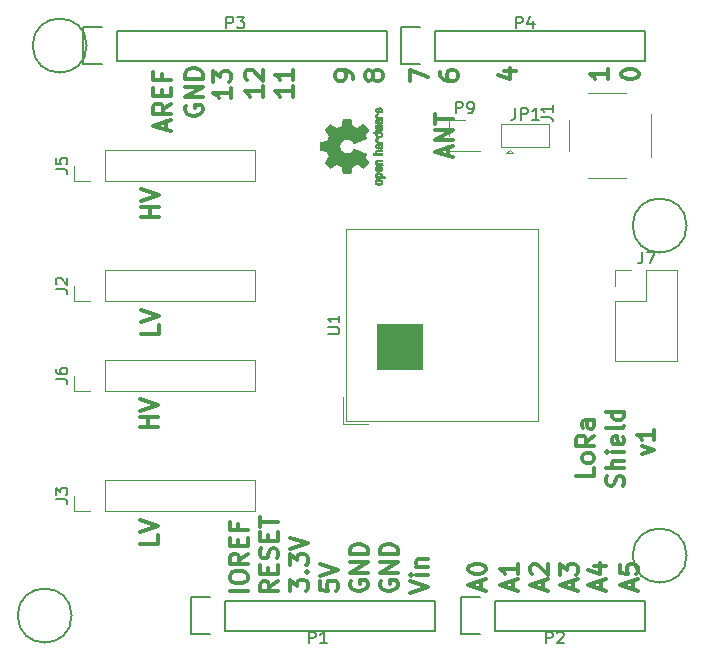
<source format=gbr>
%TF.GenerationSoftware,KiCad,Pcbnew,5.1.9+dfsg1-1+deb11u1*%
%TF.CreationDate,2023-06-15T15:49:45+02:00*%
%TF.ProjectId,LoRa_Uno,4c6f5261-5f55-46e6-9f2e-6b696361645f,rev?*%
%TF.SameCoordinates,Original*%
%TF.FileFunction,Legend,Top*%
%TF.FilePolarity,Positive*%
%FSLAX46Y46*%
G04 Gerber Fmt 4.6, Leading zero omitted, Abs format (unit mm)*
G04 Created by KiCad (PCBNEW 5.1.9+dfsg1-1+deb11u1) date 2023-06-15 15:49:45*
%MOMM*%
%LPD*%
G01*
G04 APERTURE LIST*
%ADD10C,0.100000*%
%ADD11C,0.300000*%
%ADD12C,0.120000*%
%ADD13C,0.010000*%
%ADD14C,0.150000*%
G04 APERTURE END LIST*
D10*
G36*
X145498000Y-102965000D02*
G01*
X141688000Y-102965000D01*
X141688000Y-99155000D01*
X145498000Y-99155000D01*
X145498000Y-102965000D01*
G37*
X145498000Y-102965000D02*
X141688000Y-102965000D01*
X141688000Y-99155000D01*
X145498000Y-99155000D01*
X145498000Y-102965000D01*
D11*
X123106571Y-107878428D02*
X121606571Y-107878428D01*
X122320857Y-107878428D02*
X122320857Y-107021285D01*
X123106571Y-107021285D02*
X121606571Y-107021285D01*
X121606571Y-106521285D02*
X123106571Y-106021285D01*
X121606571Y-105521285D01*
X160053571Y-111307285D02*
X160053571Y-112021571D01*
X158553571Y-112021571D01*
X160053571Y-110593000D02*
X159982142Y-110735857D01*
X159910714Y-110807285D01*
X159767857Y-110878714D01*
X159339285Y-110878714D01*
X159196428Y-110807285D01*
X159125000Y-110735857D01*
X159053571Y-110593000D01*
X159053571Y-110378714D01*
X159125000Y-110235857D01*
X159196428Y-110164428D01*
X159339285Y-110093000D01*
X159767857Y-110093000D01*
X159910714Y-110164428D01*
X159982142Y-110235857D01*
X160053571Y-110378714D01*
X160053571Y-110593000D01*
X160053571Y-108593000D02*
X159339285Y-109093000D01*
X160053571Y-109450142D02*
X158553571Y-109450142D01*
X158553571Y-108878714D01*
X158625000Y-108735857D01*
X158696428Y-108664428D01*
X158839285Y-108593000D01*
X159053571Y-108593000D01*
X159196428Y-108664428D01*
X159267857Y-108735857D01*
X159339285Y-108878714D01*
X159339285Y-109450142D01*
X160053571Y-107307285D02*
X159267857Y-107307285D01*
X159125000Y-107378714D01*
X159053571Y-107521571D01*
X159053571Y-107807285D01*
X159125000Y-107950142D01*
X159982142Y-107307285D02*
X160053571Y-107450142D01*
X160053571Y-107807285D01*
X159982142Y-107950142D01*
X159839285Y-108021571D01*
X159696428Y-108021571D01*
X159553571Y-107950142D01*
X159482142Y-107807285D01*
X159482142Y-107450142D01*
X159410714Y-107307285D01*
X162532142Y-112843000D02*
X162603571Y-112628714D01*
X162603571Y-112271571D01*
X162532142Y-112128714D01*
X162460714Y-112057285D01*
X162317857Y-111985857D01*
X162175000Y-111985857D01*
X162032142Y-112057285D01*
X161960714Y-112128714D01*
X161889285Y-112271571D01*
X161817857Y-112557285D01*
X161746428Y-112700142D01*
X161675000Y-112771571D01*
X161532142Y-112843000D01*
X161389285Y-112843000D01*
X161246428Y-112771571D01*
X161175000Y-112700142D01*
X161103571Y-112557285D01*
X161103571Y-112200142D01*
X161175000Y-111985857D01*
X162603571Y-111343000D02*
X161103571Y-111343000D01*
X162603571Y-110700142D02*
X161817857Y-110700142D01*
X161675000Y-110771571D01*
X161603571Y-110914428D01*
X161603571Y-111128714D01*
X161675000Y-111271571D01*
X161746428Y-111343000D01*
X162603571Y-109985857D02*
X161603571Y-109985857D01*
X161103571Y-109985857D02*
X161175000Y-110057285D01*
X161246428Y-109985857D01*
X161175000Y-109914428D01*
X161103571Y-109985857D01*
X161246428Y-109985857D01*
X162532142Y-108700142D02*
X162603571Y-108843000D01*
X162603571Y-109128714D01*
X162532142Y-109271571D01*
X162389285Y-109343000D01*
X161817857Y-109343000D01*
X161675000Y-109271571D01*
X161603571Y-109128714D01*
X161603571Y-108843000D01*
X161675000Y-108700142D01*
X161817857Y-108628714D01*
X161960714Y-108628714D01*
X162103571Y-109343000D01*
X162603571Y-107771571D02*
X162532142Y-107914428D01*
X162389285Y-107985857D01*
X161103571Y-107985857D01*
X162603571Y-106557285D02*
X161103571Y-106557285D01*
X162532142Y-106557285D02*
X162603571Y-106700142D01*
X162603571Y-106985857D01*
X162532142Y-107128714D01*
X162460714Y-107200142D01*
X162317857Y-107271571D01*
X161889285Y-107271571D01*
X161746428Y-107200142D01*
X161675000Y-107128714D01*
X161603571Y-106985857D01*
X161603571Y-106700142D01*
X161675000Y-106557285D01*
X164153571Y-110164428D02*
X165153571Y-109807285D01*
X164153571Y-109450142D01*
X165153571Y-108093000D02*
X165153571Y-108950142D01*
X165153571Y-108521571D02*
X163653571Y-108521571D01*
X163867857Y-108664428D01*
X164010714Y-108807285D01*
X164082142Y-108950142D01*
X147697000Y-84899285D02*
X147697000Y-84185000D01*
X148125571Y-85042142D02*
X146625571Y-84542142D01*
X148125571Y-84042142D01*
X148125571Y-83542142D02*
X146625571Y-83542142D01*
X148125571Y-82685000D01*
X146625571Y-82685000D01*
X146625571Y-82185000D02*
X146625571Y-81327857D01*
X148125571Y-81756428D02*
X146625571Y-81756428D01*
X123233571Y-90098428D02*
X121733571Y-90098428D01*
X122447857Y-90098428D02*
X122447857Y-89241285D01*
X123233571Y-89241285D02*
X121733571Y-89241285D01*
X121733571Y-88741285D02*
X123233571Y-88241285D01*
X121733571Y-87741285D01*
X123233571Y-99238571D02*
X123233571Y-99952857D01*
X121733571Y-99952857D01*
X121733571Y-98952857D02*
X123233571Y-98452857D01*
X121733571Y-97952857D01*
X123106571Y-117018571D02*
X123106571Y-117732857D01*
X121606571Y-117732857D01*
X121606571Y-116732857D02*
X123106571Y-116232857D01*
X121606571Y-115732857D01*
X130726571Y-121729142D02*
X129226571Y-121729142D01*
X129226571Y-120729142D02*
X129226571Y-120443428D01*
X129298000Y-120300571D01*
X129440857Y-120157714D01*
X129726571Y-120086285D01*
X130226571Y-120086285D01*
X130512285Y-120157714D01*
X130655142Y-120300571D01*
X130726571Y-120443428D01*
X130726571Y-120729142D01*
X130655142Y-120872000D01*
X130512285Y-121014857D01*
X130226571Y-121086285D01*
X129726571Y-121086285D01*
X129440857Y-121014857D01*
X129298000Y-120872000D01*
X129226571Y-120729142D01*
X130726571Y-118586285D02*
X130012285Y-119086285D01*
X130726571Y-119443428D02*
X129226571Y-119443428D01*
X129226571Y-118872000D01*
X129298000Y-118729142D01*
X129369428Y-118657714D01*
X129512285Y-118586285D01*
X129726571Y-118586285D01*
X129869428Y-118657714D01*
X129940857Y-118729142D01*
X130012285Y-118872000D01*
X130012285Y-119443428D01*
X129940857Y-117943428D02*
X129940857Y-117443428D01*
X130726571Y-117229142D02*
X130726571Y-117943428D01*
X129226571Y-117943428D01*
X129226571Y-117229142D01*
X129940857Y-116086285D02*
X129940857Y-116586285D01*
X130726571Y-116586285D02*
X129226571Y-116586285D01*
X129226571Y-115872000D01*
X133266571Y-120923571D02*
X132552285Y-121423571D01*
X133266571Y-121780714D02*
X131766571Y-121780714D01*
X131766571Y-121209285D01*
X131838000Y-121066428D01*
X131909428Y-120995000D01*
X132052285Y-120923571D01*
X132266571Y-120923571D01*
X132409428Y-120995000D01*
X132480857Y-121066428D01*
X132552285Y-121209285D01*
X132552285Y-121780714D01*
X132480857Y-120280714D02*
X132480857Y-119780714D01*
X133266571Y-119566428D02*
X133266571Y-120280714D01*
X131766571Y-120280714D01*
X131766571Y-119566428D01*
X133195142Y-118995000D02*
X133266571Y-118780714D01*
X133266571Y-118423571D01*
X133195142Y-118280714D01*
X133123714Y-118209285D01*
X132980857Y-118137857D01*
X132838000Y-118137857D01*
X132695142Y-118209285D01*
X132623714Y-118280714D01*
X132552285Y-118423571D01*
X132480857Y-118709285D01*
X132409428Y-118852142D01*
X132338000Y-118923571D01*
X132195142Y-118995000D01*
X132052285Y-118995000D01*
X131909428Y-118923571D01*
X131838000Y-118852142D01*
X131766571Y-118709285D01*
X131766571Y-118352142D01*
X131838000Y-118137857D01*
X132480857Y-117495000D02*
X132480857Y-116995000D01*
X133266571Y-116780714D02*
X133266571Y-117495000D01*
X131766571Y-117495000D01*
X131766571Y-116780714D01*
X131766571Y-116352142D02*
X131766571Y-115495000D01*
X133266571Y-115923571D02*
X131766571Y-115923571D01*
X134306571Y-121721285D02*
X134306571Y-120792714D01*
X134878000Y-121292714D01*
X134878000Y-121078428D01*
X134949428Y-120935571D01*
X135020857Y-120864142D01*
X135163714Y-120792714D01*
X135520857Y-120792714D01*
X135663714Y-120864142D01*
X135735142Y-120935571D01*
X135806571Y-121078428D01*
X135806571Y-121507000D01*
X135735142Y-121649857D01*
X135663714Y-121721285D01*
X135663714Y-120149857D02*
X135735142Y-120078428D01*
X135806571Y-120149857D01*
X135735142Y-120221285D01*
X135663714Y-120149857D01*
X135806571Y-120149857D01*
X134306571Y-119578428D02*
X134306571Y-118649857D01*
X134878000Y-119149857D01*
X134878000Y-118935571D01*
X134949428Y-118792714D01*
X135020857Y-118721285D01*
X135163714Y-118649857D01*
X135520857Y-118649857D01*
X135663714Y-118721285D01*
X135735142Y-118792714D01*
X135806571Y-118935571D01*
X135806571Y-119364142D01*
X135735142Y-119507000D01*
X135663714Y-119578428D01*
X134306571Y-118221285D02*
X135806571Y-117721285D01*
X134306571Y-117221285D01*
X136846571Y-120935714D02*
X136846571Y-121650000D01*
X137560857Y-121721428D01*
X137489428Y-121650000D01*
X137418000Y-121507142D01*
X137418000Y-121150000D01*
X137489428Y-121007142D01*
X137560857Y-120935714D01*
X137703714Y-120864285D01*
X138060857Y-120864285D01*
X138203714Y-120935714D01*
X138275142Y-121007142D01*
X138346571Y-121150000D01*
X138346571Y-121507142D01*
X138275142Y-121650000D01*
X138203714Y-121721428D01*
X136846571Y-120435714D02*
X138346571Y-119935714D01*
X136846571Y-119435714D01*
X139458000Y-120903857D02*
X139386571Y-121046714D01*
X139386571Y-121261000D01*
X139458000Y-121475285D01*
X139600857Y-121618142D01*
X139743714Y-121689571D01*
X140029428Y-121761000D01*
X140243714Y-121761000D01*
X140529428Y-121689571D01*
X140672285Y-121618142D01*
X140815142Y-121475285D01*
X140886571Y-121261000D01*
X140886571Y-121118142D01*
X140815142Y-120903857D01*
X140743714Y-120832428D01*
X140243714Y-120832428D01*
X140243714Y-121118142D01*
X140886571Y-120189571D02*
X139386571Y-120189571D01*
X140886571Y-119332428D01*
X139386571Y-119332428D01*
X140886571Y-118618142D02*
X139386571Y-118618142D01*
X139386571Y-118261000D01*
X139458000Y-118046714D01*
X139600857Y-117903857D01*
X139743714Y-117832428D01*
X140029428Y-117761000D01*
X140243714Y-117761000D01*
X140529428Y-117832428D01*
X140672285Y-117903857D01*
X140815142Y-118046714D01*
X140886571Y-118261000D01*
X140886571Y-118618142D01*
X141998000Y-120903857D02*
X141926571Y-121046714D01*
X141926571Y-121261000D01*
X141998000Y-121475285D01*
X142140857Y-121618142D01*
X142283714Y-121689571D01*
X142569428Y-121761000D01*
X142783714Y-121761000D01*
X143069428Y-121689571D01*
X143212285Y-121618142D01*
X143355142Y-121475285D01*
X143426571Y-121261000D01*
X143426571Y-121118142D01*
X143355142Y-120903857D01*
X143283714Y-120832428D01*
X142783714Y-120832428D01*
X142783714Y-121118142D01*
X143426571Y-120189571D02*
X141926571Y-120189571D01*
X143426571Y-119332428D01*
X141926571Y-119332428D01*
X143426571Y-118618142D02*
X141926571Y-118618142D01*
X141926571Y-118261000D01*
X141998000Y-118046714D01*
X142140857Y-117903857D01*
X142283714Y-117832428D01*
X142569428Y-117761000D01*
X142783714Y-117761000D01*
X143069428Y-117832428D01*
X143212285Y-117903857D01*
X143355142Y-118046714D01*
X143426571Y-118261000D01*
X143426571Y-118618142D01*
X144466571Y-121900285D02*
X145966571Y-121400285D01*
X144466571Y-120900285D01*
X145966571Y-120400285D02*
X144966571Y-120400285D01*
X144466571Y-120400285D02*
X144538000Y-120471714D01*
X144609428Y-120400285D01*
X144538000Y-120328857D01*
X144466571Y-120400285D01*
X144609428Y-120400285D01*
X144966571Y-119686000D02*
X145966571Y-119686000D01*
X145109428Y-119686000D02*
X145038000Y-119614571D01*
X144966571Y-119471714D01*
X144966571Y-119257428D01*
X145038000Y-119114571D01*
X145180857Y-119043142D01*
X145966571Y-119043142D01*
X150491000Y-121594428D02*
X150491000Y-120880142D01*
X150919571Y-121737285D02*
X149419571Y-121237285D01*
X150919571Y-120737285D01*
X149419571Y-119951571D02*
X149419571Y-119808714D01*
X149491000Y-119665857D01*
X149562428Y-119594428D01*
X149705285Y-119523000D01*
X149991000Y-119451571D01*
X150348142Y-119451571D01*
X150633857Y-119523000D01*
X150776714Y-119594428D01*
X150848142Y-119665857D01*
X150919571Y-119808714D01*
X150919571Y-119951571D01*
X150848142Y-120094428D01*
X150776714Y-120165857D01*
X150633857Y-120237285D01*
X150348142Y-120308714D01*
X149991000Y-120308714D01*
X149705285Y-120237285D01*
X149562428Y-120165857D01*
X149491000Y-120094428D01*
X149419571Y-119951571D01*
X153158000Y-121594428D02*
X153158000Y-120880142D01*
X153586571Y-121737285D02*
X152086571Y-121237285D01*
X153586571Y-120737285D01*
X153586571Y-119451571D02*
X153586571Y-120308714D01*
X153586571Y-119880142D02*
X152086571Y-119880142D01*
X152300857Y-120023000D01*
X152443714Y-120165857D01*
X152515142Y-120308714D01*
X155698000Y-121594428D02*
X155698000Y-120880142D01*
X156126571Y-121737285D02*
X154626571Y-121237285D01*
X156126571Y-120737285D01*
X154769428Y-120308714D02*
X154698000Y-120237285D01*
X154626571Y-120094428D01*
X154626571Y-119737285D01*
X154698000Y-119594428D01*
X154769428Y-119523000D01*
X154912285Y-119451571D01*
X155055142Y-119451571D01*
X155269428Y-119523000D01*
X156126571Y-120380142D01*
X156126571Y-119451571D01*
X158238000Y-121594428D02*
X158238000Y-120880142D01*
X158666571Y-121737285D02*
X157166571Y-121237285D01*
X158666571Y-120737285D01*
X157166571Y-120380142D02*
X157166571Y-119451571D01*
X157738000Y-119951571D01*
X157738000Y-119737285D01*
X157809428Y-119594428D01*
X157880857Y-119523000D01*
X158023714Y-119451571D01*
X158380857Y-119451571D01*
X158523714Y-119523000D01*
X158595142Y-119594428D01*
X158666571Y-119737285D01*
X158666571Y-120165857D01*
X158595142Y-120308714D01*
X158523714Y-120380142D01*
X160651000Y-121594428D02*
X160651000Y-120880142D01*
X161079571Y-121737285D02*
X159579571Y-121237285D01*
X161079571Y-120737285D01*
X160079571Y-119594428D02*
X161079571Y-119594428D01*
X159508142Y-119951571D02*
X160579571Y-120308714D01*
X160579571Y-119380142D01*
X163318000Y-121594428D02*
X163318000Y-120880142D01*
X163746571Y-121737285D02*
X162246571Y-121237285D01*
X163746571Y-120737285D01*
X162246571Y-119523000D02*
X162246571Y-120237285D01*
X162960857Y-120308714D01*
X162889428Y-120237285D01*
X162818000Y-120094428D01*
X162818000Y-119737285D01*
X162889428Y-119594428D01*
X162960857Y-119523000D01*
X163103714Y-119451571D01*
X163460857Y-119451571D01*
X163603714Y-119523000D01*
X163675142Y-119594428D01*
X163746571Y-119737285D01*
X163746571Y-120094428D01*
X163675142Y-120237285D01*
X163603714Y-120308714D01*
X123821000Y-82692571D02*
X123821000Y-81978285D01*
X124249571Y-82835428D02*
X122749571Y-82335428D01*
X124249571Y-81835428D01*
X124249571Y-80478285D02*
X123535285Y-80978285D01*
X124249571Y-81335428D02*
X122749571Y-81335428D01*
X122749571Y-80764000D01*
X122821000Y-80621142D01*
X122892428Y-80549714D01*
X123035285Y-80478285D01*
X123249571Y-80478285D01*
X123392428Y-80549714D01*
X123463857Y-80621142D01*
X123535285Y-80764000D01*
X123535285Y-81335428D01*
X123463857Y-79835428D02*
X123463857Y-79335428D01*
X124249571Y-79121142D02*
X124249571Y-79835428D01*
X122749571Y-79835428D01*
X122749571Y-79121142D01*
X123463857Y-77978285D02*
X123463857Y-78478285D01*
X124249571Y-78478285D02*
X122749571Y-78478285D01*
X122749571Y-77764000D01*
X125488000Y-80644857D02*
X125416571Y-80787714D01*
X125416571Y-81002000D01*
X125488000Y-81216285D01*
X125630857Y-81359142D01*
X125773714Y-81430571D01*
X126059428Y-81502000D01*
X126273714Y-81502000D01*
X126559428Y-81430571D01*
X126702285Y-81359142D01*
X126845142Y-81216285D01*
X126916571Y-81002000D01*
X126916571Y-80859142D01*
X126845142Y-80644857D01*
X126773714Y-80573428D01*
X126273714Y-80573428D01*
X126273714Y-80859142D01*
X126916571Y-79930571D02*
X125416571Y-79930571D01*
X126916571Y-79073428D01*
X125416571Y-79073428D01*
X126916571Y-78359142D02*
X125416571Y-78359142D01*
X125416571Y-78002000D01*
X125488000Y-77787714D01*
X125630857Y-77644857D01*
X125773714Y-77573428D01*
X126059428Y-77502000D01*
X126273714Y-77502000D01*
X126559428Y-77573428D01*
X126702285Y-77644857D01*
X126845142Y-77787714D01*
X126916571Y-78002000D01*
X126916571Y-78359142D01*
X129329571Y-79152714D02*
X129329571Y-80009857D01*
X129329571Y-79581285D02*
X127829571Y-79581285D01*
X128043857Y-79724142D01*
X128186714Y-79867000D01*
X128258142Y-80009857D01*
X127829571Y-78652714D02*
X127829571Y-77724142D01*
X128401000Y-78224142D01*
X128401000Y-78009857D01*
X128472428Y-77867000D01*
X128543857Y-77795571D01*
X128686714Y-77724142D01*
X129043857Y-77724142D01*
X129186714Y-77795571D01*
X129258142Y-77867000D01*
X129329571Y-78009857D01*
X129329571Y-78438428D01*
X129258142Y-78581285D01*
X129186714Y-78652714D01*
X131996571Y-79025714D02*
X131996571Y-79882857D01*
X131996571Y-79454285D02*
X130496571Y-79454285D01*
X130710857Y-79597142D01*
X130853714Y-79740000D01*
X130925142Y-79882857D01*
X130639428Y-78454285D02*
X130568000Y-78382857D01*
X130496571Y-78240000D01*
X130496571Y-77882857D01*
X130568000Y-77740000D01*
X130639428Y-77668571D01*
X130782285Y-77597142D01*
X130925142Y-77597142D01*
X131139428Y-77668571D01*
X131996571Y-78525714D01*
X131996571Y-77597142D01*
X134536571Y-79025714D02*
X134536571Y-79882857D01*
X134536571Y-79454285D02*
X133036571Y-79454285D01*
X133250857Y-79597142D01*
X133393714Y-79740000D01*
X133465142Y-79882857D01*
X134536571Y-77597142D02*
X134536571Y-78454285D01*
X134536571Y-78025714D02*
X133036571Y-78025714D01*
X133250857Y-78168571D01*
X133393714Y-78311428D01*
X133465142Y-78454285D01*
X139616571Y-78390714D02*
X139616571Y-78105000D01*
X139545142Y-77962142D01*
X139473714Y-77890714D01*
X139259428Y-77747857D01*
X138973714Y-77676428D01*
X138402285Y-77676428D01*
X138259428Y-77747857D01*
X138188000Y-77819285D01*
X138116571Y-77962142D01*
X138116571Y-78247857D01*
X138188000Y-78390714D01*
X138259428Y-78462142D01*
X138402285Y-78533571D01*
X138759428Y-78533571D01*
X138902285Y-78462142D01*
X138973714Y-78390714D01*
X139045142Y-78247857D01*
X139045142Y-77962142D01*
X138973714Y-77819285D01*
X138902285Y-77747857D01*
X138759428Y-77676428D01*
X141299428Y-78247857D02*
X141228000Y-78390714D01*
X141156571Y-78462142D01*
X141013714Y-78533571D01*
X140942285Y-78533571D01*
X140799428Y-78462142D01*
X140728000Y-78390714D01*
X140656571Y-78247857D01*
X140656571Y-77962142D01*
X140728000Y-77819285D01*
X140799428Y-77747857D01*
X140942285Y-77676428D01*
X141013714Y-77676428D01*
X141156571Y-77747857D01*
X141228000Y-77819285D01*
X141299428Y-77962142D01*
X141299428Y-78247857D01*
X141370857Y-78390714D01*
X141442285Y-78462142D01*
X141585142Y-78533571D01*
X141870857Y-78533571D01*
X142013714Y-78462142D01*
X142085142Y-78390714D01*
X142156571Y-78247857D01*
X142156571Y-77962142D01*
X142085142Y-77819285D01*
X142013714Y-77747857D01*
X141870857Y-77676428D01*
X141585142Y-77676428D01*
X141442285Y-77747857D01*
X141370857Y-77819285D01*
X141299428Y-77962142D01*
X144466571Y-78605000D02*
X144466571Y-77605000D01*
X145966571Y-78247857D01*
X147006571Y-77819285D02*
X147006571Y-78105000D01*
X147078000Y-78247857D01*
X147149428Y-78319285D01*
X147363714Y-78462142D01*
X147649428Y-78533571D01*
X148220857Y-78533571D01*
X148363714Y-78462142D01*
X148435142Y-78390714D01*
X148506571Y-78247857D01*
X148506571Y-77962142D01*
X148435142Y-77819285D01*
X148363714Y-77747857D01*
X148220857Y-77676428D01*
X147863714Y-77676428D01*
X147720857Y-77747857D01*
X147649428Y-77819285D01*
X147578000Y-77962142D01*
X147578000Y-78247857D01*
X147649428Y-78390714D01*
X147720857Y-78462142D01*
X147863714Y-78533571D01*
X152459571Y-77692285D02*
X153459571Y-77692285D01*
X151888142Y-78049428D02*
X152959571Y-78406571D01*
X152959571Y-77478000D01*
X161206571Y-77549428D02*
X161206571Y-78406571D01*
X161206571Y-77978000D02*
X159706571Y-77978000D01*
X159920857Y-78120857D01*
X160063714Y-78263714D01*
X160135142Y-78406571D01*
X162373571Y-77906571D02*
X162373571Y-78049428D01*
X162445000Y-78192285D01*
X162516428Y-78263714D01*
X162659285Y-78335142D01*
X162945000Y-78406571D01*
X163302142Y-78406571D01*
X163587857Y-78335142D01*
X163730714Y-78263714D01*
X163802142Y-78192285D01*
X163873571Y-78049428D01*
X163873571Y-77906571D01*
X163802142Y-77763714D01*
X163730714Y-77692285D01*
X163587857Y-77620857D01*
X163302142Y-77549428D01*
X162945000Y-77549428D01*
X162659285Y-77620857D01*
X162516428Y-77692285D01*
X162445000Y-77763714D01*
X162373571Y-77906571D01*
D12*
%TO.C,JP1*%
X152929000Y-84385000D02*
X153229000Y-84685000D01*
X152629000Y-84685000D02*
X153229000Y-84685000D01*
X152929000Y-84385000D02*
X152629000Y-84685000D01*
X152179000Y-84185000D02*
X152179000Y-82185000D01*
X156279000Y-84185000D02*
X152179000Y-84185000D01*
X156279000Y-82185000D02*
X156279000Y-84185000D01*
X152179000Y-82185000D02*
X156279000Y-82185000D01*
D13*
%TO.C,REF\u002A\u002A*%
G36*
X141492918Y-86474256D02*
G01*
X141520568Y-86418799D01*
X141571480Y-86369852D01*
X141590338Y-86356371D01*
X141615015Y-86341686D01*
X141641816Y-86332158D01*
X141677587Y-86326707D01*
X141729169Y-86324253D01*
X141797267Y-86323714D01*
X141890588Y-86326148D01*
X141960657Y-86334606D01*
X142012931Y-86350826D01*
X142052869Y-86376546D01*
X142085929Y-86413503D01*
X142087886Y-86416218D01*
X142107908Y-86452640D01*
X142117815Y-86496498D01*
X142120257Y-86552276D01*
X142120257Y-86642952D01*
X142208283Y-86642990D01*
X142257308Y-86643834D01*
X142286065Y-86648976D01*
X142303311Y-86662413D01*
X142317808Y-86688142D01*
X142320769Y-86694321D01*
X142334648Y-86723236D01*
X142343414Y-86745624D01*
X142344171Y-86762271D01*
X142334023Y-86773964D01*
X142310073Y-86781490D01*
X142269426Y-86785634D01*
X142209186Y-86787185D01*
X142126455Y-86786929D01*
X142018339Y-86785651D01*
X141986000Y-86785252D01*
X141874524Y-86783815D01*
X141801603Y-86782528D01*
X141801603Y-86643029D01*
X141863499Y-86642245D01*
X141903997Y-86638760D01*
X141930708Y-86630876D01*
X141951244Y-86616895D01*
X141961260Y-86607403D01*
X141990567Y-86568596D01*
X141992952Y-86534237D01*
X141968750Y-86498784D01*
X141967857Y-86497886D01*
X141949153Y-86483461D01*
X141923732Y-86474687D01*
X141884584Y-86470261D01*
X141824697Y-86468882D01*
X141811430Y-86468857D01*
X141728901Y-86472188D01*
X141671691Y-86483031D01*
X141636766Y-86502660D01*
X141621094Y-86532350D01*
X141619514Y-86549509D01*
X141626926Y-86590234D01*
X141651330Y-86618168D01*
X141695980Y-86634983D01*
X141764130Y-86642350D01*
X141801603Y-86643029D01*
X141801603Y-86782528D01*
X141788245Y-86782292D01*
X141723333Y-86780323D01*
X141675958Y-86777550D01*
X141642290Y-86773612D01*
X141618498Y-86768151D01*
X141600753Y-86760808D01*
X141585224Y-86751223D01*
X141579381Y-86747113D01*
X141524185Y-86692595D01*
X141492890Y-86623664D01*
X141484165Y-86543928D01*
X141492918Y-86474256D01*
G37*
X141492918Y-86474256D02*
X141520568Y-86418799D01*
X141571480Y-86369852D01*
X141590338Y-86356371D01*
X141615015Y-86341686D01*
X141641816Y-86332158D01*
X141677587Y-86326707D01*
X141729169Y-86324253D01*
X141797267Y-86323714D01*
X141890588Y-86326148D01*
X141960657Y-86334606D01*
X142012931Y-86350826D01*
X142052869Y-86376546D01*
X142085929Y-86413503D01*
X142087886Y-86416218D01*
X142107908Y-86452640D01*
X142117815Y-86496498D01*
X142120257Y-86552276D01*
X142120257Y-86642952D01*
X142208283Y-86642990D01*
X142257308Y-86643834D01*
X142286065Y-86648976D01*
X142303311Y-86662413D01*
X142317808Y-86688142D01*
X142320769Y-86694321D01*
X142334648Y-86723236D01*
X142343414Y-86745624D01*
X142344171Y-86762271D01*
X142334023Y-86773964D01*
X142310073Y-86781490D01*
X142269426Y-86785634D01*
X142209186Y-86787185D01*
X142126455Y-86786929D01*
X142018339Y-86785651D01*
X141986000Y-86785252D01*
X141874524Y-86783815D01*
X141801603Y-86782528D01*
X141801603Y-86643029D01*
X141863499Y-86642245D01*
X141903997Y-86638760D01*
X141930708Y-86630876D01*
X141951244Y-86616895D01*
X141961260Y-86607403D01*
X141990567Y-86568596D01*
X141992952Y-86534237D01*
X141968750Y-86498784D01*
X141967857Y-86497886D01*
X141949153Y-86483461D01*
X141923732Y-86474687D01*
X141884584Y-86470261D01*
X141824697Y-86468882D01*
X141811430Y-86468857D01*
X141728901Y-86472188D01*
X141671691Y-86483031D01*
X141636766Y-86502660D01*
X141621094Y-86532350D01*
X141619514Y-86549509D01*
X141626926Y-86590234D01*
X141651330Y-86618168D01*
X141695980Y-86634983D01*
X141764130Y-86642350D01*
X141801603Y-86643029D01*
X141801603Y-86782528D01*
X141788245Y-86782292D01*
X141723333Y-86780323D01*
X141675958Y-86777550D01*
X141642290Y-86773612D01*
X141618498Y-86768151D01*
X141600753Y-86760808D01*
X141585224Y-86751223D01*
X141579381Y-86747113D01*
X141524185Y-86692595D01*
X141492890Y-86623664D01*
X141484165Y-86543928D01*
X141492918Y-86474256D01*
G36*
X141500780Y-85357907D02*
G01*
X141527723Y-85311328D01*
X141554466Y-85278943D01*
X141582484Y-85255258D01*
X141616748Y-85238941D01*
X141662227Y-85228661D01*
X141723892Y-85223086D01*
X141806711Y-85220884D01*
X141866246Y-85220629D01*
X142085391Y-85220629D01*
X142113044Y-85282314D01*
X142140697Y-85344000D01*
X141900670Y-85351257D01*
X141811028Y-85354256D01*
X141745962Y-85357402D01*
X141701026Y-85361299D01*
X141671770Y-85366553D01*
X141653748Y-85373769D01*
X141642511Y-85383550D01*
X141640079Y-85386688D01*
X141621083Y-85434239D01*
X141628600Y-85482303D01*
X141648543Y-85510914D01*
X141662675Y-85522553D01*
X141681220Y-85530609D01*
X141709334Y-85535729D01*
X141752173Y-85538559D01*
X141814895Y-85539744D01*
X141880261Y-85539943D01*
X141962268Y-85539982D01*
X142020316Y-85541386D01*
X142059465Y-85546086D01*
X142084780Y-85556013D01*
X142101323Y-85573097D01*
X142114156Y-85599268D01*
X142127491Y-85634225D01*
X142142007Y-85672404D01*
X141884389Y-85667859D01*
X141791519Y-85666029D01*
X141722889Y-85663888D01*
X141673711Y-85660819D01*
X141639198Y-85656206D01*
X141614562Y-85649432D01*
X141595016Y-85639881D01*
X141577770Y-85628366D01*
X141522680Y-85572810D01*
X141490822Y-85505020D01*
X141483191Y-85431287D01*
X141500780Y-85357907D01*
G37*
X141500780Y-85357907D02*
X141527723Y-85311328D01*
X141554466Y-85278943D01*
X141582484Y-85255258D01*
X141616748Y-85238941D01*
X141662227Y-85228661D01*
X141723892Y-85223086D01*
X141806711Y-85220884D01*
X141866246Y-85220629D01*
X142085391Y-85220629D01*
X142113044Y-85282314D01*
X142140697Y-85344000D01*
X141900670Y-85351257D01*
X141811028Y-85354256D01*
X141745962Y-85357402D01*
X141701026Y-85361299D01*
X141671770Y-85366553D01*
X141653748Y-85373769D01*
X141642511Y-85383550D01*
X141640079Y-85386688D01*
X141621083Y-85434239D01*
X141628600Y-85482303D01*
X141648543Y-85510914D01*
X141662675Y-85522553D01*
X141681220Y-85530609D01*
X141709334Y-85535729D01*
X141752173Y-85538559D01*
X141814895Y-85539744D01*
X141880261Y-85539943D01*
X141962268Y-85539982D01*
X142020316Y-85541386D01*
X142059465Y-85546086D01*
X142084780Y-85556013D01*
X142101323Y-85573097D01*
X142114156Y-85599268D01*
X142127491Y-85634225D01*
X142142007Y-85672404D01*
X141884389Y-85667859D01*
X141791519Y-85666029D01*
X141722889Y-85663888D01*
X141673711Y-85660819D01*
X141639198Y-85656206D01*
X141614562Y-85649432D01*
X141595016Y-85639881D01*
X141577770Y-85628366D01*
X141522680Y-85572810D01*
X141490822Y-85505020D01*
X141483191Y-85431287D01*
X141500780Y-85357907D01*
G36*
X141494962Y-87032885D02*
G01*
X141530733Y-86964855D01*
X141588301Y-86914649D01*
X141625312Y-86896815D01*
X141680882Y-86882937D01*
X141751096Y-86875833D01*
X141827727Y-86875160D01*
X141902552Y-86880573D01*
X141967342Y-86891730D01*
X142013873Y-86908286D01*
X142021887Y-86913374D01*
X142081707Y-86973645D01*
X142117535Y-87045231D01*
X142128020Y-87122908D01*
X142111810Y-87201452D01*
X142102092Y-87223311D01*
X142072143Y-87265878D01*
X142032433Y-87303237D01*
X142027397Y-87306768D01*
X142003124Y-87321119D01*
X141977178Y-87330606D01*
X141943022Y-87336210D01*
X141894119Y-87338914D01*
X141823935Y-87339701D01*
X141808200Y-87339714D01*
X141803192Y-87339678D01*
X141803192Y-87194571D01*
X141869430Y-87193727D01*
X141913386Y-87190404D01*
X141941779Y-87183417D01*
X141961325Y-87171584D01*
X141967857Y-87165543D01*
X141992680Y-87130814D01*
X141991548Y-87097097D01*
X141970016Y-87063005D01*
X141947029Y-87042671D01*
X141913478Y-87030629D01*
X141860569Y-87023866D01*
X141854399Y-87023402D01*
X141758513Y-87022248D01*
X141687299Y-87034312D01*
X141641194Y-87059430D01*
X141620635Y-87097440D01*
X141619514Y-87111008D01*
X141625152Y-87146636D01*
X141644686Y-87171006D01*
X141682042Y-87185907D01*
X141741150Y-87193125D01*
X141803192Y-87194571D01*
X141803192Y-87339678D01*
X141733413Y-87339174D01*
X141681159Y-87336904D01*
X141644949Y-87331932D01*
X141618299Y-87323287D01*
X141594722Y-87309995D01*
X141590338Y-87307057D01*
X141531249Y-87257687D01*
X141496947Y-87203891D01*
X141483331Y-87138398D01*
X141482665Y-87116158D01*
X141494962Y-87032885D01*
G37*
X141494962Y-87032885D02*
X141530733Y-86964855D01*
X141588301Y-86914649D01*
X141625312Y-86896815D01*
X141680882Y-86882937D01*
X141751096Y-86875833D01*
X141827727Y-86875160D01*
X141902552Y-86880573D01*
X141967342Y-86891730D01*
X142013873Y-86908286D01*
X142021887Y-86913374D01*
X142081707Y-86973645D01*
X142117535Y-87045231D01*
X142128020Y-87122908D01*
X142111810Y-87201452D01*
X142102092Y-87223311D01*
X142072143Y-87265878D01*
X142032433Y-87303237D01*
X142027397Y-87306768D01*
X142003124Y-87321119D01*
X141977178Y-87330606D01*
X141943022Y-87336210D01*
X141894119Y-87338914D01*
X141823935Y-87339701D01*
X141808200Y-87339714D01*
X141803192Y-87339678D01*
X141803192Y-87194571D01*
X141869430Y-87193727D01*
X141913386Y-87190404D01*
X141941779Y-87183417D01*
X141961325Y-87171584D01*
X141967857Y-87165543D01*
X141992680Y-87130814D01*
X141991548Y-87097097D01*
X141970016Y-87063005D01*
X141947029Y-87042671D01*
X141913478Y-87030629D01*
X141860569Y-87023866D01*
X141854399Y-87023402D01*
X141758513Y-87022248D01*
X141687299Y-87034312D01*
X141641194Y-87059430D01*
X141620635Y-87097440D01*
X141619514Y-87111008D01*
X141625152Y-87146636D01*
X141644686Y-87171006D01*
X141682042Y-87185907D01*
X141741150Y-87193125D01*
X141803192Y-87194571D01*
X141803192Y-87339678D01*
X141733413Y-87339174D01*
X141681159Y-87336904D01*
X141644949Y-87331932D01*
X141618299Y-87323287D01*
X141594722Y-87309995D01*
X141590338Y-87307057D01*
X141531249Y-87257687D01*
X141496947Y-87203891D01*
X141483331Y-87138398D01*
X141482665Y-87116158D01*
X141494962Y-87032885D01*
G36*
X141504239Y-85905697D02*
G01*
X141542735Y-85848473D01*
X141598335Y-85804251D01*
X141669086Y-85777833D01*
X141721162Y-85772490D01*
X141742893Y-85773097D01*
X141759531Y-85778178D01*
X141774437Y-85792145D01*
X141790973Y-85819411D01*
X141812498Y-85864388D01*
X141842374Y-85931489D01*
X141842524Y-85931829D01*
X141870813Y-85993593D01*
X141895933Y-86044241D01*
X141915179Y-86078596D01*
X141925848Y-86091482D01*
X141925934Y-86091486D01*
X141949166Y-86080128D01*
X141974774Y-86053569D01*
X141993221Y-86023077D01*
X141996886Y-86007630D01*
X141984212Y-85965485D01*
X141952471Y-85929192D01*
X141917572Y-85911483D01*
X141891845Y-85894448D01*
X141862546Y-85861078D01*
X141837235Y-85821851D01*
X141823471Y-85787244D01*
X141822714Y-85780007D01*
X141835160Y-85771861D01*
X141866972Y-85771370D01*
X141909866Y-85777357D01*
X141955558Y-85788643D01*
X141995761Y-85804050D01*
X141997322Y-85804829D01*
X142062062Y-85851196D01*
X142106097Y-85911289D01*
X142127711Y-85979535D01*
X142125185Y-86050362D01*
X142096804Y-86118196D01*
X142094808Y-86121212D01*
X142046448Y-86174573D01*
X141983352Y-86209660D01*
X141900387Y-86229078D01*
X141877078Y-86231684D01*
X141767055Y-86236299D01*
X141715748Y-86230767D01*
X141715748Y-86091486D01*
X141747753Y-86089676D01*
X141757093Y-86079778D01*
X141750105Y-86055102D01*
X141733587Y-86016205D01*
X141712881Y-85972725D01*
X141712333Y-85971644D01*
X141692949Y-85934791D01*
X141680013Y-85920000D01*
X141666451Y-85923647D01*
X141648632Y-85939005D01*
X141622845Y-85978077D01*
X141620950Y-86020154D01*
X141639717Y-86057897D01*
X141675915Y-86083966D01*
X141715748Y-86091486D01*
X141715748Y-86230767D01*
X141679027Y-86226806D01*
X141609212Y-86202450D01*
X141560302Y-86168544D01*
X141510878Y-86107347D01*
X141486359Y-86039937D01*
X141484797Y-85971120D01*
X141504239Y-85905697D01*
G37*
X141504239Y-85905697D02*
X141542735Y-85848473D01*
X141598335Y-85804251D01*
X141669086Y-85777833D01*
X141721162Y-85772490D01*
X141742893Y-85773097D01*
X141759531Y-85778178D01*
X141774437Y-85792145D01*
X141790973Y-85819411D01*
X141812498Y-85864388D01*
X141842374Y-85931489D01*
X141842524Y-85931829D01*
X141870813Y-85993593D01*
X141895933Y-86044241D01*
X141915179Y-86078596D01*
X141925848Y-86091482D01*
X141925934Y-86091486D01*
X141949166Y-86080128D01*
X141974774Y-86053569D01*
X141993221Y-86023077D01*
X141996886Y-86007630D01*
X141984212Y-85965485D01*
X141952471Y-85929192D01*
X141917572Y-85911483D01*
X141891845Y-85894448D01*
X141862546Y-85861078D01*
X141837235Y-85821851D01*
X141823471Y-85787244D01*
X141822714Y-85780007D01*
X141835160Y-85771861D01*
X141866972Y-85771370D01*
X141909866Y-85777357D01*
X141955558Y-85788643D01*
X141995761Y-85804050D01*
X141997322Y-85804829D01*
X142062062Y-85851196D01*
X142106097Y-85911289D01*
X142127711Y-85979535D01*
X142125185Y-86050362D01*
X142096804Y-86118196D01*
X142094808Y-86121212D01*
X142046448Y-86174573D01*
X141983352Y-86209660D01*
X141900387Y-86229078D01*
X141877078Y-86231684D01*
X141767055Y-86236299D01*
X141715748Y-86230767D01*
X141715748Y-86091486D01*
X141747753Y-86089676D01*
X141757093Y-86079778D01*
X141750105Y-86055102D01*
X141733587Y-86016205D01*
X141712881Y-85972725D01*
X141712333Y-85971644D01*
X141692949Y-85934791D01*
X141680013Y-85920000D01*
X141666451Y-85923647D01*
X141648632Y-85939005D01*
X141622845Y-85978077D01*
X141620950Y-86020154D01*
X141639717Y-86057897D01*
X141675915Y-86083966D01*
X141715748Y-86091486D01*
X141715748Y-86230767D01*
X141679027Y-86226806D01*
X141609212Y-86202450D01*
X141560302Y-86168544D01*
X141510878Y-86107347D01*
X141486359Y-86039937D01*
X141484797Y-85971120D01*
X141504239Y-85905697D01*
G36*
X141424289Y-84698114D02*
G01*
X141483613Y-84693861D01*
X141518572Y-84688975D01*
X141533820Y-84682205D01*
X141534015Y-84672298D01*
X141532195Y-84669086D01*
X141519015Y-84626356D01*
X141519785Y-84570773D01*
X141533333Y-84514263D01*
X141550861Y-84478918D01*
X141578861Y-84442679D01*
X141610549Y-84416187D01*
X141650813Y-84398001D01*
X141704543Y-84386678D01*
X141776626Y-84380778D01*
X141871951Y-84378857D01*
X141890237Y-84378823D01*
X142095646Y-84378800D01*
X142111580Y-84424509D01*
X142122420Y-84456973D01*
X142127468Y-84474785D01*
X142127514Y-84475309D01*
X142113828Y-84477063D01*
X142076076Y-84478556D01*
X142019224Y-84479674D01*
X141948234Y-84480303D01*
X141905073Y-84480400D01*
X141819973Y-84480602D01*
X141758981Y-84481642D01*
X141717177Y-84484169D01*
X141689642Y-84488836D01*
X141671456Y-84496293D01*
X141657698Y-84507189D01*
X141651073Y-84513993D01*
X141624375Y-84560728D01*
X141622375Y-84611728D01*
X141644955Y-84657999D01*
X141653107Y-84666556D01*
X141668436Y-84679107D01*
X141686618Y-84687812D01*
X141712909Y-84693369D01*
X141752562Y-84696474D01*
X141810832Y-84697824D01*
X141891173Y-84698114D01*
X142095646Y-84698114D01*
X142111580Y-84743823D01*
X142122420Y-84776287D01*
X142127468Y-84794099D01*
X142127514Y-84794623D01*
X142113623Y-84795963D01*
X142074439Y-84797172D01*
X142013700Y-84798199D01*
X141935141Y-84798998D01*
X141842498Y-84799519D01*
X141739509Y-84799714D01*
X141342342Y-84799714D01*
X141322444Y-84752543D01*
X141302547Y-84705371D01*
X141424289Y-84698114D01*
G37*
X141424289Y-84698114D02*
X141483613Y-84693861D01*
X141518572Y-84688975D01*
X141533820Y-84682205D01*
X141534015Y-84672298D01*
X141532195Y-84669086D01*
X141519015Y-84626356D01*
X141519785Y-84570773D01*
X141533333Y-84514263D01*
X141550861Y-84478918D01*
X141578861Y-84442679D01*
X141610549Y-84416187D01*
X141650813Y-84398001D01*
X141704543Y-84386678D01*
X141776626Y-84380778D01*
X141871951Y-84378857D01*
X141890237Y-84378823D01*
X142095646Y-84378800D01*
X142111580Y-84424509D01*
X142122420Y-84456973D01*
X142127468Y-84474785D01*
X142127514Y-84475309D01*
X142113828Y-84477063D01*
X142076076Y-84478556D01*
X142019224Y-84479674D01*
X141948234Y-84480303D01*
X141905073Y-84480400D01*
X141819973Y-84480602D01*
X141758981Y-84481642D01*
X141717177Y-84484169D01*
X141689642Y-84488836D01*
X141671456Y-84496293D01*
X141657698Y-84507189D01*
X141651073Y-84513993D01*
X141624375Y-84560728D01*
X141622375Y-84611728D01*
X141644955Y-84657999D01*
X141653107Y-84666556D01*
X141668436Y-84679107D01*
X141686618Y-84687812D01*
X141712909Y-84693369D01*
X141752562Y-84696474D01*
X141810832Y-84697824D01*
X141891173Y-84698114D01*
X142095646Y-84698114D01*
X142111580Y-84743823D01*
X142122420Y-84776287D01*
X142127468Y-84794099D01*
X142127514Y-84794623D01*
X142113623Y-84795963D01*
X142074439Y-84797172D01*
X142013700Y-84798199D01*
X141935141Y-84798998D01*
X141842498Y-84799519D01*
X141739509Y-84799714D01*
X141342342Y-84799714D01*
X141322444Y-84752543D01*
X141302547Y-84705371D01*
X141424289Y-84698114D01*
G36*
X141523968Y-84034256D02*
G01*
X141545087Y-83977384D01*
X141545493Y-83976733D01*
X141571380Y-83941560D01*
X141601633Y-83915593D01*
X141641058Y-83897330D01*
X141694462Y-83885268D01*
X141766651Y-83877904D01*
X141862432Y-83873736D01*
X141876078Y-83873371D01*
X142081842Y-83868124D01*
X142104678Y-83912284D01*
X142120110Y-83944237D01*
X142127423Y-83963530D01*
X142127514Y-83964422D01*
X142114022Y-83967761D01*
X142077626Y-83970413D01*
X142024452Y-83972044D01*
X141981393Y-83972400D01*
X141911641Y-83972408D01*
X141867837Y-83975597D01*
X141846944Y-83986712D01*
X141845925Y-84010499D01*
X141861741Y-84051704D01*
X141890815Y-84113914D01*
X141914963Y-84159659D01*
X141935913Y-84183187D01*
X141958747Y-84190104D01*
X141959877Y-84190114D01*
X141999212Y-84178701D01*
X142020462Y-84144908D01*
X142023539Y-84093191D01*
X142023006Y-84055939D01*
X142033735Y-84036297D01*
X142059505Y-84024048D01*
X142092337Y-84016998D01*
X142110966Y-84027158D01*
X142113632Y-84030983D01*
X142124340Y-84066999D01*
X142125856Y-84117434D01*
X142118759Y-84169374D01*
X142105788Y-84206178D01*
X142062585Y-84257062D01*
X142002446Y-84285986D01*
X141955462Y-84291714D01*
X141913082Y-84287343D01*
X141878488Y-84271525D01*
X141847763Y-84240203D01*
X141816990Y-84189322D01*
X141782252Y-84114824D01*
X141780288Y-84110286D01*
X141749287Y-84043179D01*
X141723862Y-84001768D01*
X141701014Y-83984019D01*
X141677745Y-83987893D01*
X141651056Y-84011357D01*
X141644914Y-84018373D01*
X141621100Y-84065370D01*
X141622103Y-84114067D01*
X141645451Y-84156478D01*
X141688675Y-84184616D01*
X141697160Y-84187231D01*
X141738308Y-84212692D01*
X141758128Y-84244999D01*
X141777770Y-84291714D01*
X141726950Y-84291714D01*
X141653082Y-84277504D01*
X141585327Y-84235325D01*
X141562661Y-84213376D01*
X141533569Y-84163483D01*
X141520400Y-84100033D01*
X141523968Y-84034256D01*
G37*
X141523968Y-84034256D02*
X141545087Y-83977384D01*
X141545493Y-83976733D01*
X141571380Y-83941560D01*
X141601633Y-83915593D01*
X141641058Y-83897330D01*
X141694462Y-83885268D01*
X141766651Y-83877904D01*
X141862432Y-83873736D01*
X141876078Y-83873371D01*
X142081842Y-83868124D01*
X142104678Y-83912284D01*
X142120110Y-83944237D01*
X142127423Y-83963530D01*
X142127514Y-83964422D01*
X142114022Y-83967761D01*
X142077626Y-83970413D01*
X142024452Y-83972044D01*
X141981393Y-83972400D01*
X141911641Y-83972408D01*
X141867837Y-83975597D01*
X141846944Y-83986712D01*
X141845925Y-84010499D01*
X141861741Y-84051704D01*
X141890815Y-84113914D01*
X141914963Y-84159659D01*
X141935913Y-84183187D01*
X141958747Y-84190104D01*
X141959877Y-84190114D01*
X141999212Y-84178701D01*
X142020462Y-84144908D01*
X142023539Y-84093191D01*
X142023006Y-84055939D01*
X142033735Y-84036297D01*
X142059505Y-84024048D01*
X142092337Y-84016998D01*
X142110966Y-84027158D01*
X142113632Y-84030983D01*
X142124340Y-84066999D01*
X142125856Y-84117434D01*
X142118759Y-84169374D01*
X142105788Y-84206178D01*
X142062585Y-84257062D01*
X142002446Y-84285986D01*
X141955462Y-84291714D01*
X141913082Y-84287343D01*
X141878488Y-84271525D01*
X141847763Y-84240203D01*
X141816990Y-84189322D01*
X141782252Y-84114824D01*
X141780288Y-84110286D01*
X141749287Y-84043179D01*
X141723862Y-84001768D01*
X141701014Y-83984019D01*
X141677745Y-83987893D01*
X141651056Y-84011357D01*
X141644914Y-84018373D01*
X141621100Y-84065370D01*
X141622103Y-84114067D01*
X141645451Y-84156478D01*
X141688675Y-84184616D01*
X141697160Y-84187231D01*
X141738308Y-84212692D01*
X141758128Y-84244999D01*
X141777770Y-84291714D01*
X141726950Y-84291714D01*
X141653082Y-84277504D01*
X141585327Y-84235325D01*
X141562661Y-84213376D01*
X141533569Y-84163483D01*
X141520400Y-84100033D01*
X141523968Y-84034256D01*
G36*
X141522755Y-83544074D02*
G01*
X141547084Y-83478142D01*
X141590117Y-83424727D01*
X141620409Y-83403836D01*
X141675994Y-83381061D01*
X141716186Y-83381534D01*
X141743217Y-83405438D01*
X141747813Y-83414283D01*
X141762144Y-83452470D01*
X141758472Y-83471972D01*
X141734407Y-83478578D01*
X141721114Y-83478914D01*
X141672210Y-83491008D01*
X141637999Y-83522529D01*
X141621476Y-83566341D01*
X141625634Y-83615305D01*
X141647227Y-83655106D01*
X141659544Y-83668550D01*
X141674487Y-83678079D01*
X141697075Y-83684515D01*
X141732328Y-83688683D01*
X141785266Y-83691403D01*
X141860907Y-83693498D01*
X141884857Y-83694040D01*
X141966790Y-83696019D01*
X142024455Y-83698269D01*
X142062608Y-83701643D01*
X142086004Y-83706994D01*
X142099398Y-83715176D01*
X142107545Y-83727041D01*
X142111144Y-83734638D01*
X142123452Y-83766898D01*
X142127514Y-83785889D01*
X142113948Y-83792164D01*
X142072934Y-83795994D01*
X142003999Y-83797400D01*
X141906669Y-83796402D01*
X141891657Y-83796092D01*
X141802859Y-83793899D01*
X141738019Y-83791307D01*
X141692067Y-83787618D01*
X141659935Y-83782136D01*
X141636553Y-83774165D01*
X141616852Y-83763007D01*
X141608410Y-83757170D01*
X141571057Y-83723704D01*
X141542003Y-83686273D01*
X141539467Y-83681691D01*
X141519443Y-83614574D01*
X141522755Y-83544074D01*
G37*
X141522755Y-83544074D02*
X141547084Y-83478142D01*
X141590117Y-83424727D01*
X141620409Y-83403836D01*
X141675994Y-83381061D01*
X141716186Y-83381534D01*
X141743217Y-83405438D01*
X141747813Y-83414283D01*
X141762144Y-83452470D01*
X141758472Y-83471972D01*
X141734407Y-83478578D01*
X141721114Y-83478914D01*
X141672210Y-83491008D01*
X141637999Y-83522529D01*
X141621476Y-83566341D01*
X141625634Y-83615305D01*
X141647227Y-83655106D01*
X141659544Y-83668550D01*
X141674487Y-83678079D01*
X141697075Y-83684515D01*
X141732328Y-83688683D01*
X141785266Y-83691403D01*
X141860907Y-83693498D01*
X141884857Y-83694040D01*
X141966790Y-83696019D01*
X142024455Y-83698269D01*
X142062608Y-83701643D01*
X142086004Y-83706994D01*
X142099398Y-83715176D01*
X142107545Y-83727041D01*
X142111144Y-83734638D01*
X142123452Y-83766898D01*
X142127514Y-83785889D01*
X142113948Y-83792164D01*
X142072934Y-83795994D01*
X142003999Y-83797400D01*
X141906669Y-83796402D01*
X141891657Y-83796092D01*
X141802859Y-83793899D01*
X141738019Y-83791307D01*
X141692067Y-83787618D01*
X141659935Y-83782136D01*
X141636553Y-83774165D01*
X141616852Y-83763007D01*
X141608410Y-83757170D01*
X141571057Y-83723704D01*
X141542003Y-83686273D01*
X141539467Y-83681691D01*
X141519443Y-83614574D01*
X141522755Y-83544074D01*
G36*
X141638358Y-82883883D02*
G01*
X141746837Y-82884067D01*
X141830287Y-82884781D01*
X141892704Y-82886325D01*
X141938085Y-82888999D01*
X141970429Y-82893106D01*
X141993733Y-82898945D01*
X142011995Y-82906818D01*
X142022418Y-82912779D01*
X142078945Y-82962145D01*
X142114377Y-83024736D01*
X142127090Y-83093987D01*
X142115463Y-83163332D01*
X142094568Y-83204625D01*
X142058422Y-83247975D01*
X142014276Y-83277519D01*
X141956462Y-83295345D01*
X141879313Y-83303537D01*
X141822714Y-83304698D01*
X141818647Y-83304542D01*
X141818647Y-83203143D01*
X141883550Y-83202524D01*
X141926514Y-83199686D01*
X141954622Y-83193160D01*
X141974953Y-83181477D01*
X141990288Y-83167517D01*
X142019890Y-83120635D01*
X142022419Y-83070299D01*
X141997705Y-83022724D01*
X141994356Y-83019021D01*
X141976935Y-83003217D01*
X141956209Y-82993307D01*
X141925362Y-82987942D01*
X141877577Y-82985772D01*
X141824748Y-82985429D01*
X141758381Y-82986173D01*
X141714106Y-82989252D01*
X141685009Y-82995939D01*
X141664173Y-83007504D01*
X141653107Y-83016987D01*
X141625198Y-83061040D01*
X141621843Y-83111776D01*
X141643159Y-83160204D01*
X141651073Y-83169550D01*
X141668647Y-83185460D01*
X141689587Y-83195390D01*
X141720782Y-83200722D01*
X141769122Y-83202837D01*
X141818647Y-83203143D01*
X141818647Y-83304542D01*
X141731568Y-83301190D01*
X141663086Y-83289274D01*
X141611600Y-83266865D01*
X141571443Y-83231876D01*
X141550861Y-83204625D01*
X141528625Y-83155093D01*
X141518304Y-83097684D01*
X141521067Y-83044318D01*
X141532212Y-83014457D01*
X141535383Y-83002739D01*
X141523557Y-82994963D01*
X141491866Y-82989535D01*
X141443593Y-82985429D01*
X141389829Y-82980933D01*
X141357482Y-82974687D01*
X141338985Y-82963324D01*
X141326770Y-82943472D01*
X141321362Y-82931000D01*
X141301601Y-82883829D01*
X141638358Y-82883883D01*
G37*
X141638358Y-82883883D02*
X141746837Y-82884067D01*
X141830287Y-82884781D01*
X141892704Y-82886325D01*
X141938085Y-82888999D01*
X141970429Y-82893106D01*
X141993733Y-82898945D01*
X142011995Y-82906818D01*
X142022418Y-82912779D01*
X142078945Y-82962145D01*
X142114377Y-83024736D01*
X142127090Y-83093987D01*
X142115463Y-83163332D01*
X142094568Y-83204625D01*
X142058422Y-83247975D01*
X142014276Y-83277519D01*
X141956462Y-83295345D01*
X141879313Y-83303537D01*
X141822714Y-83304698D01*
X141818647Y-83304542D01*
X141818647Y-83203143D01*
X141883550Y-83202524D01*
X141926514Y-83199686D01*
X141954622Y-83193160D01*
X141974953Y-83181477D01*
X141990288Y-83167517D01*
X142019890Y-83120635D01*
X142022419Y-83070299D01*
X141997705Y-83022724D01*
X141994356Y-83019021D01*
X141976935Y-83003217D01*
X141956209Y-82993307D01*
X141925362Y-82987942D01*
X141877577Y-82985772D01*
X141824748Y-82985429D01*
X141758381Y-82986173D01*
X141714106Y-82989252D01*
X141685009Y-82995939D01*
X141664173Y-83007504D01*
X141653107Y-83016987D01*
X141625198Y-83061040D01*
X141621843Y-83111776D01*
X141643159Y-83160204D01*
X141651073Y-83169550D01*
X141668647Y-83185460D01*
X141689587Y-83195390D01*
X141720782Y-83200722D01*
X141769122Y-83202837D01*
X141818647Y-83203143D01*
X141818647Y-83304542D01*
X141731568Y-83301190D01*
X141663086Y-83289274D01*
X141611600Y-83266865D01*
X141571443Y-83231876D01*
X141550861Y-83204625D01*
X141528625Y-83155093D01*
X141518304Y-83097684D01*
X141521067Y-83044318D01*
X141532212Y-83014457D01*
X141535383Y-83002739D01*
X141523557Y-82994963D01*
X141491866Y-82989535D01*
X141443593Y-82985429D01*
X141389829Y-82980933D01*
X141357482Y-82974687D01*
X141338985Y-82963324D01*
X141326770Y-82943472D01*
X141321362Y-82931000D01*
X141301601Y-82883829D01*
X141638358Y-82883883D01*
G36*
X141531663Y-82294167D02*
G01*
X141569850Y-82291952D01*
X141627886Y-82290216D01*
X141701180Y-82289101D01*
X141778055Y-82288743D01*
X142038196Y-82288743D01*
X142084127Y-82334674D01*
X142112429Y-82366325D01*
X142123893Y-82394110D01*
X142123168Y-82432085D01*
X142121321Y-82447160D01*
X142115948Y-82494274D01*
X142112869Y-82533244D01*
X142112585Y-82542743D01*
X142114445Y-82574767D01*
X142119114Y-82620568D01*
X142121321Y-82638326D01*
X142124735Y-82681943D01*
X142117320Y-82711255D01*
X142094427Y-82740320D01*
X142084127Y-82750812D01*
X142038196Y-82796743D01*
X141551602Y-82796743D01*
X141534758Y-82759774D01*
X141522282Y-82727941D01*
X141517914Y-82709317D01*
X141531718Y-82704542D01*
X141570286Y-82700079D01*
X141629356Y-82696225D01*
X141704663Y-82693278D01*
X141768286Y-82691857D01*
X142018657Y-82687886D01*
X142023556Y-82653241D01*
X142020131Y-82621732D01*
X142009041Y-82606292D01*
X141988308Y-82601977D01*
X141944145Y-82598292D01*
X141882146Y-82595531D01*
X141807909Y-82593988D01*
X141769706Y-82593765D01*
X141549783Y-82593543D01*
X141533849Y-82547834D01*
X141523015Y-82515482D01*
X141517962Y-82497885D01*
X141517914Y-82497377D01*
X141531648Y-82495612D01*
X141569730Y-82493671D01*
X141627482Y-82491718D01*
X141700227Y-82489916D01*
X141768286Y-82488657D01*
X142018657Y-82484686D01*
X142018657Y-82397600D01*
X141790240Y-82393604D01*
X141561822Y-82389608D01*
X141539868Y-82347153D01*
X141524793Y-82315808D01*
X141517951Y-82297256D01*
X141517914Y-82296721D01*
X141531663Y-82294167D01*
G37*
X141531663Y-82294167D02*
X141569850Y-82291952D01*
X141627886Y-82290216D01*
X141701180Y-82289101D01*
X141778055Y-82288743D01*
X142038196Y-82288743D01*
X142084127Y-82334674D01*
X142112429Y-82366325D01*
X142123893Y-82394110D01*
X142123168Y-82432085D01*
X142121321Y-82447160D01*
X142115948Y-82494274D01*
X142112869Y-82533244D01*
X142112585Y-82542743D01*
X142114445Y-82574767D01*
X142119114Y-82620568D01*
X142121321Y-82638326D01*
X142124735Y-82681943D01*
X142117320Y-82711255D01*
X142094427Y-82740320D01*
X142084127Y-82750812D01*
X142038196Y-82796743D01*
X141551602Y-82796743D01*
X141534758Y-82759774D01*
X141522282Y-82727941D01*
X141517914Y-82709317D01*
X141531718Y-82704542D01*
X141570286Y-82700079D01*
X141629356Y-82696225D01*
X141704663Y-82693278D01*
X141768286Y-82691857D01*
X142018657Y-82687886D01*
X142023556Y-82653241D01*
X142020131Y-82621732D01*
X142009041Y-82606292D01*
X141988308Y-82601977D01*
X141944145Y-82598292D01*
X141882146Y-82595531D01*
X141807909Y-82593988D01*
X141769706Y-82593765D01*
X141549783Y-82593543D01*
X141533849Y-82547834D01*
X141523015Y-82515482D01*
X141517962Y-82497885D01*
X141517914Y-82497377D01*
X141531648Y-82495612D01*
X141569730Y-82493671D01*
X141627482Y-82491718D01*
X141700227Y-82489916D01*
X141768286Y-82488657D01*
X142018657Y-82484686D01*
X142018657Y-82397600D01*
X141790240Y-82393604D01*
X141561822Y-82389608D01*
X141539868Y-82347153D01*
X141524793Y-82315808D01*
X141517951Y-82297256D01*
X141517914Y-82296721D01*
X141531663Y-82294167D01*
G36*
X141529335Y-81929124D02*
G01*
X141548344Y-81887333D01*
X141571378Y-81854531D01*
X141597133Y-81830497D01*
X141630358Y-81813903D01*
X141675800Y-81803423D01*
X141738207Y-81797729D01*
X141822327Y-81795493D01*
X141877721Y-81795257D01*
X142093826Y-81795257D01*
X142110670Y-81832226D01*
X142122981Y-81861344D01*
X142127514Y-81875769D01*
X142114025Y-81878528D01*
X142077653Y-81880718D01*
X142024542Y-81882058D01*
X141982372Y-81882343D01*
X141921447Y-81883566D01*
X141873115Y-81886864D01*
X141843518Y-81891679D01*
X141837229Y-81895504D01*
X141843652Y-81921217D01*
X141860125Y-81961582D01*
X141882458Y-82008321D01*
X141906457Y-82053155D01*
X141927930Y-82087807D01*
X141942685Y-82103998D01*
X141942845Y-82104062D01*
X141970152Y-82102670D01*
X141996219Y-82090182D01*
X142017392Y-82068257D01*
X142024474Y-82036257D01*
X142023649Y-82008908D01*
X142023042Y-81970174D01*
X142032116Y-81949842D01*
X142056092Y-81937631D01*
X142060613Y-81936091D01*
X142094806Y-81930797D01*
X142115568Y-81944953D01*
X142125462Y-81981852D01*
X142127292Y-82021711D01*
X142113727Y-82093438D01*
X142094355Y-82130568D01*
X142048845Y-82176424D01*
X141992983Y-82200744D01*
X141933957Y-82202927D01*
X141878953Y-82182371D01*
X141844486Y-82151451D01*
X141825189Y-82120580D01*
X141800759Y-82072058D01*
X141775985Y-82015515D01*
X141772199Y-82006090D01*
X141744791Y-81943981D01*
X141720634Y-81908178D01*
X141696619Y-81896663D01*
X141669635Y-81907420D01*
X141648543Y-81925886D01*
X141622572Y-81969531D01*
X141620624Y-82017554D01*
X141640637Y-82061594D01*
X141680551Y-82093291D01*
X141690848Y-82097451D01*
X141728724Y-82121673D01*
X141756842Y-82157035D01*
X141779917Y-82201657D01*
X141714485Y-82201657D01*
X141674506Y-82199031D01*
X141642997Y-82187770D01*
X141609378Y-82162801D01*
X141583484Y-82138831D01*
X141546817Y-82101559D01*
X141527121Y-82072599D01*
X141519220Y-82041495D01*
X141517914Y-82006287D01*
X141529335Y-81929124D01*
G37*
X141529335Y-81929124D02*
X141548344Y-81887333D01*
X141571378Y-81854531D01*
X141597133Y-81830497D01*
X141630358Y-81813903D01*
X141675800Y-81803423D01*
X141738207Y-81797729D01*
X141822327Y-81795493D01*
X141877721Y-81795257D01*
X142093826Y-81795257D01*
X142110670Y-81832226D01*
X142122981Y-81861344D01*
X142127514Y-81875769D01*
X142114025Y-81878528D01*
X142077653Y-81880718D01*
X142024542Y-81882058D01*
X141982372Y-81882343D01*
X141921447Y-81883566D01*
X141873115Y-81886864D01*
X141843518Y-81891679D01*
X141837229Y-81895504D01*
X141843652Y-81921217D01*
X141860125Y-81961582D01*
X141882458Y-82008321D01*
X141906457Y-82053155D01*
X141927930Y-82087807D01*
X141942685Y-82103998D01*
X141942845Y-82104062D01*
X141970152Y-82102670D01*
X141996219Y-82090182D01*
X142017392Y-82068257D01*
X142024474Y-82036257D01*
X142023649Y-82008908D01*
X142023042Y-81970174D01*
X142032116Y-81949842D01*
X142056092Y-81937631D01*
X142060613Y-81936091D01*
X142094806Y-81930797D01*
X142115568Y-81944953D01*
X142125462Y-81981852D01*
X142127292Y-82021711D01*
X142113727Y-82093438D01*
X142094355Y-82130568D01*
X142048845Y-82176424D01*
X141992983Y-82200744D01*
X141933957Y-82202927D01*
X141878953Y-82182371D01*
X141844486Y-82151451D01*
X141825189Y-82120580D01*
X141800759Y-82072058D01*
X141775985Y-82015515D01*
X141772199Y-82006090D01*
X141744791Y-81943981D01*
X141720634Y-81908178D01*
X141696619Y-81896663D01*
X141669635Y-81907420D01*
X141648543Y-81925886D01*
X141622572Y-81969531D01*
X141620624Y-82017554D01*
X141640637Y-82061594D01*
X141680551Y-82093291D01*
X141690848Y-82097451D01*
X141728724Y-82121673D01*
X141756842Y-82157035D01*
X141779917Y-82201657D01*
X141714485Y-82201657D01*
X141674506Y-82199031D01*
X141642997Y-82187770D01*
X141609378Y-82162801D01*
X141583484Y-82138831D01*
X141546817Y-82101559D01*
X141527121Y-82072599D01*
X141519220Y-82041495D01*
X141517914Y-82006287D01*
X141529335Y-81929124D01*
G36*
X141531752Y-81421400D02*
G01*
X141539334Y-81404052D01*
X141572128Y-81362644D01*
X141619547Y-81327235D01*
X141670151Y-81305336D01*
X141695098Y-81301771D01*
X141729927Y-81313721D01*
X141748357Y-81339933D01*
X141759516Y-81368036D01*
X141761572Y-81380905D01*
X141746649Y-81387171D01*
X141714175Y-81399544D01*
X141699502Y-81404972D01*
X141648744Y-81435410D01*
X141623427Y-81479480D01*
X141624206Y-81535990D01*
X141625203Y-81540175D01*
X141639507Y-81570345D01*
X141667393Y-81592524D01*
X141712287Y-81607673D01*
X141777615Y-81616750D01*
X141866804Y-81620714D01*
X141914261Y-81621086D01*
X141989071Y-81621270D01*
X142040069Y-81622478D01*
X142072471Y-81625691D01*
X142091495Y-81631891D01*
X142102356Y-81642060D01*
X142110272Y-81657181D01*
X142110670Y-81658054D01*
X142122981Y-81687172D01*
X142127514Y-81701597D01*
X142113809Y-81703814D01*
X142075925Y-81705711D01*
X142018715Y-81707153D01*
X141947027Y-81708002D01*
X141894565Y-81708171D01*
X141793047Y-81707308D01*
X141716032Y-81703930D01*
X141659023Y-81696858D01*
X141617526Y-81684912D01*
X141587043Y-81666910D01*
X141563080Y-81641673D01*
X141546355Y-81616753D01*
X141524097Y-81556829D01*
X141519076Y-81487089D01*
X141531752Y-81421400D01*
G37*
X141531752Y-81421400D02*
X141539334Y-81404052D01*
X141572128Y-81362644D01*
X141619547Y-81327235D01*
X141670151Y-81305336D01*
X141695098Y-81301771D01*
X141729927Y-81313721D01*
X141748357Y-81339933D01*
X141759516Y-81368036D01*
X141761572Y-81380905D01*
X141746649Y-81387171D01*
X141714175Y-81399544D01*
X141699502Y-81404972D01*
X141648744Y-81435410D01*
X141623427Y-81479480D01*
X141624206Y-81535990D01*
X141625203Y-81540175D01*
X141639507Y-81570345D01*
X141667393Y-81592524D01*
X141712287Y-81607673D01*
X141777615Y-81616750D01*
X141866804Y-81620714D01*
X141914261Y-81621086D01*
X141989071Y-81621270D01*
X142040069Y-81622478D01*
X142072471Y-81625691D01*
X142091495Y-81631891D01*
X142102356Y-81642060D01*
X142110272Y-81657181D01*
X142110670Y-81658054D01*
X142122981Y-81687172D01*
X142127514Y-81701597D01*
X142113809Y-81703814D01*
X142075925Y-81705711D01*
X142018715Y-81707153D01*
X141947027Y-81708002D01*
X141894565Y-81708171D01*
X141793047Y-81707308D01*
X141716032Y-81703930D01*
X141659023Y-81696858D01*
X141617526Y-81684912D01*
X141587043Y-81666910D01*
X141563080Y-81641673D01*
X141546355Y-81616753D01*
X141524097Y-81556829D01*
X141519076Y-81487089D01*
X141531752Y-81421400D01*
G36*
X141539966Y-80920405D02*
G01*
X141577497Y-80862979D01*
X141611096Y-80835281D01*
X141672064Y-80813338D01*
X141720308Y-80811595D01*
X141784816Y-80815543D01*
X141849934Y-80964314D01*
X141883202Y-81036651D01*
X141909964Y-81083916D01*
X141933144Y-81108493D01*
X141955667Y-81112763D01*
X141980455Y-81099111D01*
X141996886Y-81084057D01*
X142023235Y-81040254D01*
X142025081Y-80992611D01*
X142004546Y-80948855D01*
X141963752Y-80916711D01*
X141949347Y-80910962D01*
X141904356Y-80883424D01*
X141885182Y-80851742D01*
X141868779Y-80808286D01*
X141930966Y-80808286D01*
X141973283Y-80812128D01*
X142008969Y-80827177D01*
X142049943Y-80858720D01*
X142055267Y-80863408D01*
X142091720Y-80898494D01*
X142111283Y-80928653D01*
X142120283Y-80966385D01*
X142123230Y-80997665D01*
X142123965Y-81053615D01*
X142114660Y-81093445D01*
X142100846Y-81118292D01*
X142070467Y-81157344D01*
X142037613Y-81184375D01*
X141996294Y-81201483D01*
X141940521Y-81210762D01*
X141864305Y-81214307D01*
X141825622Y-81214590D01*
X141779247Y-81213628D01*
X141779247Y-81125993D01*
X141804126Y-81124977D01*
X141808200Y-81122444D01*
X141802665Y-81105726D01*
X141788017Y-81069751D01*
X141767190Y-81021669D01*
X141762714Y-81011614D01*
X141731814Y-80950848D01*
X141704657Y-80917368D01*
X141679220Y-80910010D01*
X141653481Y-80927609D01*
X141642109Y-80942144D01*
X141619364Y-80994590D01*
X141623122Y-81043678D01*
X141650884Y-81084773D01*
X141700152Y-81113242D01*
X141739257Y-81122369D01*
X141779247Y-81125993D01*
X141779247Y-81213628D01*
X141735249Y-81212715D01*
X141668384Y-81205804D01*
X141619695Y-81192116D01*
X141583849Y-81169904D01*
X141555513Y-81137426D01*
X141546355Y-81123267D01*
X141522507Y-81058947D01*
X141521006Y-80988527D01*
X141539966Y-80920405D01*
G37*
X141539966Y-80920405D02*
X141577497Y-80862979D01*
X141611096Y-80835281D01*
X141672064Y-80813338D01*
X141720308Y-80811595D01*
X141784816Y-80815543D01*
X141849934Y-80964314D01*
X141883202Y-81036651D01*
X141909964Y-81083916D01*
X141933144Y-81108493D01*
X141955667Y-81112763D01*
X141980455Y-81099111D01*
X141996886Y-81084057D01*
X142023235Y-81040254D01*
X142025081Y-80992611D01*
X142004546Y-80948855D01*
X141963752Y-80916711D01*
X141949347Y-80910962D01*
X141904356Y-80883424D01*
X141885182Y-80851742D01*
X141868779Y-80808286D01*
X141930966Y-80808286D01*
X141973283Y-80812128D01*
X142008969Y-80827177D01*
X142049943Y-80858720D01*
X142055267Y-80863408D01*
X142091720Y-80898494D01*
X142111283Y-80928653D01*
X142120283Y-80966385D01*
X142123230Y-80997665D01*
X142123965Y-81053615D01*
X142114660Y-81093445D01*
X142100846Y-81118292D01*
X142070467Y-81157344D01*
X142037613Y-81184375D01*
X141996294Y-81201483D01*
X141940521Y-81210762D01*
X141864305Y-81214307D01*
X141825622Y-81214590D01*
X141779247Y-81213628D01*
X141779247Y-81125993D01*
X141804126Y-81124977D01*
X141808200Y-81122444D01*
X141802665Y-81105726D01*
X141788017Y-81069751D01*
X141767190Y-81021669D01*
X141762714Y-81011614D01*
X141731814Y-80950848D01*
X141704657Y-80917368D01*
X141679220Y-80910010D01*
X141653481Y-80927609D01*
X141642109Y-80942144D01*
X141619364Y-80994590D01*
X141623122Y-81043678D01*
X141650884Y-81084773D01*
X141700152Y-81113242D01*
X141739257Y-81122369D01*
X141779247Y-81125993D01*
X141779247Y-81213628D01*
X141735249Y-81212715D01*
X141668384Y-81205804D01*
X141619695Y-81192116D01*
X141583849Y-81169904D01*
X141555513Y-81137426D01*
X141546355Y-81123267D01*
X141522507Y-81058947D01*
X141521006Y-80988527D01*
X141539966Y-80920405D01*
G36*
X136815348Y-83970090D02*
G01*
X136815778Y-83891546D01*
X136816942Y-83834702D01*
X136819207Y-83795895D01*
X136822940Y-83771462D01*
X136828506Y-83757738D01*
X136836273Y-83751060D01*
X136846605Y-83747764D01*
X136847943Y-83747444D01*
X136872079Y-83742438D01*
X136919701Y-83733171D01*
X136985741Y-83720608D01*
X137065128Y-83705713D01*
X137152796Y-83689449D01*
X137155875Y-83688881D01*
X137241789Y-83672590D01*
X137317696Y-83657348D01*
X137379045Y-83644139D01*
X137421282Y-83633946D01*
X137439855Y-83627752D01*
X137440184Y-83627457D01*
X137449253Y-83609212D01*
X137464367Y-83571595D01*
X137482262Y-83522729D01*
X137482358Y-83522457D01*
X137505493Y-83460907D01*
X137534965Y-83388343D01*
X137564597Y-83319943D01*
X137566062Y-83316706D01*
X137616626Y-83205298D01*
X137448160Y-82958601D01*
X137396803Y-82882923D01*
X137350889Y-82814369D01*
X137313030Y-82756912D01*
X137285837Y-82714524D01*
X137271921Y-82691175D01*
X137270889Y-82688958D01*
X137275484Y-82671990D01*
X137297655Y-82640299D01*
X137338447Y-82592648D01*
X137398905Y-82527802D01*
X137463227Y-82461603D01*
X137526612Y-82397786D01*
X137584451Y-82340671D01*
X137633175Y-82293695D01*
X137669210Y-82260297D01*
X137688984Y-82243915D01*
X137690002Y-82243306D01*
X137703572Y-82241495D01*
X137725733Y-82248317D01*
X137759478Y-82265460D01*
X137807800Y-82294607D01*
X137873692Y-82337445D01*
X137958517Y-82394552D01*
X138033177Y-82445234D01*
X138100140Y-82490539D01*
X138155516Y-82527850D01*
X138195420Y-82554548D01*
X138215962Y-82568015D01*
X138217356Y-82568863D01*
X138237038Y-82567219D01*
X138275293Y-82554755D01*
X138324889Y-82533952D01*
X138340728Y-82526538D01*
X138411290Y-82494186D01*
X138491353Y-82459672D01*
X138560629Y-82431635D01*
X138612045Y-82411432D01*
X138651119Y-82395385D01*
X138671541Y-82386112D01*
X138673114Y-82384959D01*
X138675721Y-82367904D01*
X138682863Y-82327702D01*
X138693523Y-82269698D01*
X138706685Y-82199237D01*
X138721333Y-82121665D01*
X138736449Y-82042328D01*
X138751018Y-81966569D01*
X138764022Y-81899736D01*
X138774445Y-81847172D01*
X138781270Y-81814224D01*
X138783199Y-81806143D01*
X138787962Y-81797795D01*
X138798718Y-81791494D01*
X138819098Y-81786955D01*
X138852734Y-81783896D01*
X138903255Y-81782033D01*
X138974292Y-81781082D01*
X139069476Y-81780760D01*
X139108492Y-81780743D01*
X139425799Y-81780743D01*
X139440839Y-81856943D01*
X139448995Y-81899337D01*
X139460899Y-81962600D01*
X139475116Y-82039038D01*
X139490210Y-82120957D01*
X139494355Y-82143600D01*
X139509053Y-82219194D01*
X139523505Y-82285047D01*
X139536375Y-82335634D01*
X139546322Y-82365426D01*
X139549287Y-82370388D01*
X139570283Y-82382574D01*
X139610967Y-82400047D01*
X139663322Y-82419423D01*
X139674600Y-82423266D01*
X139744523Y-82448661D01*
X139823418Y-82480183D01*
X139894266Y-82511031D01*
X139894595Y-82511183D01*
X140005733Y-82562553D01*
X140254253Y-82393601D01*
X140502772Y-82224648D01*
X140720058Y-82441571D01*
X140784726Y-82507181D01*
X140841733Y-82567021D01*
X140888033Y-82617733D01*
X140920584Y-82655954D01*
X140936343Y-82678325D01*
X140937343Y-82681534D01*
X140929469Y-82700374D01*
X140907578Y-82738820D01*
X140874267Y-82792670D01*
X140832131Y-82857724D01*
X140784943Y-82928060D01*
X140736810Y-82999445D01*
X140694928Y-83063092D01*
X140661871Y-83114959D01*
X140640218Y-83151005D01*
X140632543Y-83167133D01*
X140639037Y-83186811D01*
X140656150Y-83224125D01*
X140680326Y-83271379D01*
X140683013Y-83276388D01*
X140714927Y-83340023D01*
X140730579Y-83383659D01*
X140730745Y-83410798D01*
X140716204Y-83424943D01*
X140716000Y-83425025D01*
X140698779Y-83432095D01*
X140657899Y-83448958D01*
X140596525Y-83474305D01*
X140517819Y-83506829D01*
X140424947Y-83545222D01*
X140321072Y-83588178D01*
X140220502Y-83629778D01*
X140109516Y-83675496D01*
X140006703Y-83717474D01*
X139915215Y-83754452D01*
X139838201Y-83785173D01*
X139778815Y-83808378D01*
X139740209Y-83822810D01*
X139725800Y-83827257D01*
X139709272Y-83816104D01*
X139682930Y-83786931D01*
X139653887Y-83748029D01*
X139562039Y-83637243D01*
X139456759Y-83550649D01*
X139340266Y-83489284D01*
X139214776Y-83454185D01*
X139082507Y-83446392D01*
X139021457Y-83452057D01*
X138894795Y-83482922D01*
X138782941Y-83536080D01*
X138687001Y-83608233D01*
X138608076Y-83696083D01*
X138547270Y-83796335D01*
X138505687Y-83905690D01*
X138484428Y-84020853D01*
X138484599Y-84138525D01*
X138507301Y-84255410D01*
X138553638Y-84368211D01*
X138624713Y-84473631D01*
X138664911Y-84517632D01*
X138768129Y-84602021D01*
X138880925Y-84660778D01*
X139000010Y-84694296D01*
X139122095Y-84702965D01*
X139243893Y-84687177D01*
X139362116Y-84647322D01*
X139473475Y-84583793D01*
X139574684Y-84496979D01*
X139653887Y-84399971D01*
X139684162Y-84359563D01*
X139710219Y-84331018D01*
X139725825Y-84320743D01*
X139742843Y-84326123D01*
X139783500Y-84341425D01*
X139844642Y-84365388D01*
X139923119Y-84396756D01*
X140015780Y-84434268D01*
X140119472Y-84476667D01*
X140220526Y-84518337D01*
X140331607Y-84564310D01*
X140434541Y-84606893D01*
X140526165Y-84644779D01*
X140603316Y-84676660D01*
X140662831Y-84701229D01*
X140701544Y-84717180D01*
X140716000Y-84723090D01*
X140730685Y-84737052D01*
X140730642Y-84764060D01*
X140715099Y-84807587D01*
X140683284Y-84871110D01*
X140683013Y-84871612D01*
X140658323Y-84919440D01*
X140640338Y-84958103D01*
X140632614Y-84979905D01*
X140632543Y-84980867D01*
X140640378Y-84997279D01*
X140662165Y-85033513D01*
X140695328Y-85085526D01*
X140737291Y-85149275D01*
X140784943Y-85219940D01*
X140833191Y-85291884D01*
X140875151Y-85356726D01*
X140908227Y-85410265D01*
X140929821Y-85448303D01*
X140937343Y-85466467D01*
X140927457Y-85483192D01*
X140899826Y-85516820D01*
X140857495Y-85563990D01*
X140803505Y-85621342D01*
X140740899Y-85685516D01*
X140719983Y-85706503D01*
X140502623Y-85923501D01*
X140260220Y-85758332D01*
X140185781Y-85708136D01*
X140118972Y-85664081D01*
X140063665Y-85628638D01*
X140023729Y-85604281D01*
X140003036Y-85593478D01*
X140001563Y-85593162D01*
X139982058Y-85598857D01*
X139942822Y-85614174D01*
X139890430Y-85636463D01*
X139855355Y-85652107D01*
X139788201Y-85681359D01*
X139720358Y-85708906D01*
X139663034Y-85730263D01*
X139645572Y-85736065D01*
X139598938Y-85752548D01*
X139562905Y-85768660D01*
X139549287Y-85777510D01*
X139540952Y-85797040D01*
X139529137Y-85839666D01*
X139515181Y-85899855D01*
X139500422Y-85972078D01*
X139494355Y-86004400D01*
X139479273Y-86086478D01*
X139464669Y-86165205D01*
X139451980Y-86232891D01*
X139442642Y-86281840D01*
X139440839Y-86291057D01*
X139425799Y-86367257D01*
X139108492Y-86367257D01*
X139004154Y-86367086D01*
X138925213Y-86366384D01*
X138868038Y-86364866D01*
X138828999Y-86362251D01*
X138804465Y-86358254D01*
X138790805Y-86352591D01*
X138784389Y-86344980D01*
X138783199Y-86341857D01*
X138778980Y-86323022D01*
X138770562Y-86281412D01*
X138758961Y-86222370D01*
X138745195Y-86151243D01*
X138730280Y-86073375D01*
X138715232Y-85994113D01*
X138701069Y-85918802D01*
X138688806Y-85852787D01*
X138679461Y-85801413D01*
X138674050Y-85770025D01*
X138673114Y-85763041D01*
X138660596Y-85756715D01*
X138627246Y-85742710D01*
X138579377Y-85723645D01*
X138560629Y-85716366D01*
X138488195Y-85687004D01*
X138408170Y-85652429D01*
X138340728Y-85621463D01*
X138289159Y-85598677D01*
X138246785Y-85583518D01*
X138220834Y-85578458D01*
X138217356Y-85579264D01*
X138200936Y-85589959D01*
X138164417Y-85614380D01*
X138111687Y-85649905D01*
X138046635Y-85693913D01*
X137973151Y-85743783D01*
X137958645Y-85753644D01*
X137872704Y-85811508D01*
X137807261Y-85854044D01*
X137759304Y-85882946D01*
X137725820Y-85899910D01*
X137703795Y-85906633D01*
X137690217Y-85904810D01*
X137690131Y-85904764D01*
X137672297Y-85890414D01*
X137637817Y-85858677D01*
X137590268Y-85812990D01*
X137533222Y-85756796D01*
X137470255Y-85693532D01*
X137463227Y-85686398D01*
X137386020Y-85606670D01*
X137329330Y-85545143D01*
X137292110Y-85500579D01*
X137273315Y-85471743D01*
X137270889Y-85459042D01*
X137281471Y-85440506D01*
X137305916Y-85402039D01*
X137341612Y-85347614D01*
X137385947Y-85281202D01*
X137436311Y-85206775D01*
X137448160Y-85189399D01*
X137616626Y-84942703D01*
X137566062Y-84831294D01*
X137536595Y-84763543D01*
X137506959Y-84690817D01*
X137483330Y-84628297D01*
X137482358Y-84625543D01*
X137464457Y-84576640D01*
X137449320Y-84538943D01*
X137440210Y-84520575D01*
X137440184Y-84520544D01*
X137423717Y-84514715D01*
X137383219Y-84504808D01*
X137323242Y-84491805D01*
X137248340Y-84476691D01*
X137163064Y-84460448D01*
X137155875Y-84459119D01*
X137068014Y-84442825D01*
X136988260Y-84427867D01*
X136921681Y-84415209D01*
X136873347Y-84405814D01*
X136848325Y-84400646D01*
X136847943Y-84400556D01*
X136837299Y-84397411D01*
X136829262Y-84391296D01*
X136823467Y-84378547D01*
X136819547Y-84355500D01*
X136817135Y-84318491D01*
X136815865Y-84263856D01*
X136815371Y-84187933D01*
X136815286Y-84087056D01*
X136815286Y-84074000D01*
X136815348Y-83970090D01*
G37*
X136815348Y-83970090D02*
X136815778Y-83891546D01*
X136816942Y-83834702D01*
X136819207Y-83795895D01*
X136822940Y-83771462D01*
X136828506Y-83757738D01*
X136836273Y-83751060D01*
X136846605Y-83747764D01*
X136847943Y-83747444D01*
X136872079Y-83742438D01*
X136919701Y-83733171D01*
X136985741Y-83720608D01*
X137065128Y-83705713D01*
X137152796Y-83689449D01*
X137155875Y-83688881D01*
X137241789Y-83672590D01*
X137317696Y-83657348D01*
X137379045Y-83644139D01*
X137421282Y-83633946D01*
X137439855Y-83627752D01*
X137440184Y-83627457D01*
X137449253Y-83609212D01*
X137464367Y-83571595D01*
X137482262Y-83522729D01*
X137482358Y-83522457D01*
X137505493Y-83460907D01*
X137534965Y-83388343D01*
X137564597Y-83319943D01*
X137566062Y-83316706D01*
X137616626Y-83205298D01*
X137448160Y-82958601D01*
X137396803Y-82882923D01*
X137350889Y-82814369D01*
X137313030Y-82756912D01*
X137285837Y-82714524D01*
X137271921Y-82691175D01*
X137270889Y-82688958D01*
X137275484Y-82671990D01*
X137297655Y-82640299D01*
X137338447Y-82592648D01*
X137398905Y-82527802D01*
X137463227Y-82461603D01*
X137526612Y-82397786D01*
X137584451Y-82340671D01*
X137633175Y-82293695D01*
X137669210Y-82260297D01*
X137688984Y-82243915D01*
X137690002Y-82243306D01*
X137703572Y-82241495D01*
X137725733Y-82248317D01*
X137759478Y-82265460D01*
X137807800Y-82294607D01*
X137873692Y-82337445D01*
X137958517Y-82394552D01*
X138033177Y-82445234D01*
X138100140Y-82490539D01*
X138155516Y-82527850D01*
X138195420Y-82554548D01*
X138215962Y-82568015D01*
X138217356Y-82568863D01*
X138237038Y-82567219D01*
X138275293Y-82554755D01*
X138324889Y-82533952D01*
X138340728Y-82526538D01*
X138411290Y-82494186D01*
X138491353Y-82459672D01*
X138560629Y-82431635D01*
X138612045Y-82411432D01*
X138651119Y-82395385D01*
X138671541Y-82386112D01*
X138673114Y-82384959D01*
X138675721Y-82367904D01*
X138682863Y-82327702D01*
X138693523Y-82269698D01*
X138706685Y-82199237D01*
X138721333Y-82121665D01*
X138736449Y-82042328D01*
X138751018Y-81966569D01*
X138764022Y-81899736D01*
X138774445Y-81847172D01*
X138781270Y-81814224D01*
X138783199Y-81806143D01*
X138787962Y-81797795D01*
X138798718Y-81791494D01*
X138819098Y-81786955D01*
X138852734Y-81783896D01*
X138903255Y-81782033D01*
X138974292Y-81781082D01*
X139069476Y-81780760D01*
X139108492Y-81780743D01*
X139425799Y-81780743D01*
X139440839Y-81856943D01*
X139448995Y-81899337D01*
X139460899Y-81962600D01*
X139475116Y-82039038D01*
X139490210Y-82120957D01*
X139494355Y-82143600D01*
X139509053Y-82219194D01*
X139523505Y-82285047D01*
X139536375Y-82335634D01*
X139546322Y-82365426D01*
X139549287Y-82370388D01*
X139570283Y-82382574D01*
X139610967Y-82400047D01*
X139663322Y-82419423D01*
X139674600Y-82423266D01*
X139744523Y-82448661D01*
X139823418Y-82480183D01*
X139894266Y-82511031D01*
X139894595Y-82511183D01*
X140005733Y-82562553D01*
X140254253Y-82393601D01*
X140502772Y-82224648D01*
X140720058Y-82441571D01*
X140784726Y-82507181D01*
X140841733Y-82567021D01*
X140888033Y-82617733D01*
X140920584Y-82655954D01*
X140936343Y-82678325D01*
X140937343Y-82681534D01*
X140929469Y-82700374D01*
X140907578Y-82738820D01*
X140874267Y-82792670D01*
X140832131Y-82857724D01*
X140784943Y-82928060D01*
X140736810Y-82999445D01*
X140694928Y-83063092D01*
X140661871Y-83114959D01*
X140640218Y-83151005D01*
X140632543Y-83167133D01*
X140639037Y-83186811D01*
X140656150Y-83224125D01*
X140680326Y-83271379D01*
X140683013Y-83276388D01*
X140714927Y-83340023D01*
X140730579Y-83383659D01*
X140730745Y-83410798D01*
X140716204Y-83424943D01*
X140716000Y-83425025D01*
X140698779Y-83432095D01*
X140657899Y-83448958D01*
X140596525Y-83474305D01*
X140517819Y-83506829D01*
X140424947Y-83545222D01*
X140321072Y-83588178D01*
X140220502Y-83629778D01*
X140109516Y-83675496D01*
X140006703Y-83717474D01*
X139915215Y-83754452D01*
X139838201Y-83785173D01*
X139778815Y-83808378D01*
X139740209Y-83822810D01*
X139725800Y-83827257D01*
X139709272Y-83816104D01*
X139682930Y-83786931D01*
X139653887Y-83748029D01*
X139562039Y-83637243D01*
X139456759Y-83550649D01*
X139340266Y-83489284D01*
X139214776Y-83454185D01*
X139082507Y-83446392D01*
X139021457Y-83452057D01*
X138894795Y-83482922D01*
X138782941Y-83536080D01*
X138687001Y-83608233D01*
X138608076Y-83696083D01*
X138547270Y-83796335D01*
X138505687Y-83905690D01*
X138484428Y-84020853D01*
X138484599Y-84138525D01*
X138507301Y-84255410D01*
X138553638Y-84368211D01*
X138624713Y-84473631D01*
X138664911Y-84517632D01*
X138768129Y-84602021D01*
X138880925Y-84660778D01*
X139000010Y-84694296D01*
X139122095Y-84702965D01*
X139243893Y-84687177D01*
X139362116Y-84647322D01*
X139473475Y-84583793D01*
X139574684Y-84496979D01*
X139653887Y-84399971D01*
X139684162Y-84359563D01*
X139710219Y-84331018D01*
X139725825Y-84320743D01*
X139742843Y-84326123D01*
X139783500Y-84341425D01*
X139844642Y-84365388D01*
X139923119Y-84396756D01*
X140015780Y-84434268D01*
X140119472Y-84476667D01*
X140220526Y-84518337D01*
X140331607Y-84564310D01*
X140434541Y-84606893D01*
X140526165Y-84644779D01*
X140603316Y-84676660D01*
X140662831Y-84701229D01*
X140701544Y-84717180D01*
X140716000Y-84723090D01*
X140730685Y-84737052D01*
X140730642Y-84764060D01*
X140715099Y-84807587D01*
X140683284Y-84871110D01*
X140683013Y-84871612D01*
X140658323Y-84919440D01*
X140640338Y-84958103D01*
X140632614Y-84979905D01*
X140632543Y-84980867D01*
X140640378Y-84997279D01*
X140662165Y-85033513D01*
X140695328Y-85085526D01*
X140737291Y-85149275D01*
X140784943Y-85219940D01*
X140833191Y-85291884D01*
X140875151Y-85356726D01*
X140908227Y-85410265D01*
X140929821Y-85448303D01*
X140937343Y-85466467D01*
X140927457Y-85483192D01*
X140899826Y-85516820D01*
X140857495Y-85563990D01*
X140803505Y-85621342D01*
X140740899Y-85685516D01*
X140719983Y-85706503D01*
X140502623Y-85923501D01*
X140260220Y-85758332D01*
X140185781Y-85708136D01*
X140118972Y-85664081D01*
X140063665Y-85628638D01*
X140023729Y-85604281D01*
X140003036Y-85593478D01*
X140001563Y-85593162D01*
X139982058Y-85598857D01*
X139942822Y-85614174D01*
X139890430Y-85636463D01*
X139855355Y-85652107D01*
X139788201Y-85681359D01*
X139720358Y-85708906D01*
X139663034Y-85730263D01*
X139645572Y-85736065D01*
X139598938Y-85752548D01*
X139562905Y-85768660D01*
X139549287Y-85777510D01*
X139540952Y-85797040D01*
X139529137Y-85839666D01*
X139515181Y-85899855D01*
X139500422Y-85972078D01*
X139494355Y-86004400D01*
X139479273Y-86086478D01*
X139464669Y-86165205D01*
X139451980Y-86232891D01*
X139442642Y-86281840D01*
X139440839Y-86291057D01*
X139425799Y-86367257D01*
X139108492Y-86367257D01*
X139004154Y-86367086D01*
X138925213Y-86366384D01*
X138868038Y-86364866D01*
X138828999Y-86362251D01*
X138804465Y-86358254D01*
X138790805Y-86352591D01*
X138784389Y-86344980D01*
X138783199Y-86341857D01*
X138778980Y-86323022D01*
X138770562Y-86281412D01*
X138758961Y-86222370D01*
X138745195Y-86151243D01*
X138730280Y-86073375D01*
X138715232Y-85994113D01*
X138701069Y-85918802D01*
X138688806Y-85852787D01*
X138679461Y-85801413D01*
X138674050Y-85770025D01*
X138673114Y-85763041D01*
X138660596Y-85756715D01*
X138627246Y-85742710D01*
X138579377Y-85723645D01*
X138560629Y-85716366D01*
X138488195Y-85687004D01*
X138408170Y-85652429D01*
X138340728Y-85621463D01*
X138289159Y-85598677D01*
X138246785Y-85583518D01*
X138220834Y-85578458D01*
X138217356Y-85579264D01*
X138200936Y-85589959D01*
X138164417Y-85614380D01*
X138111687Y-85649905D01*
X138046635Y-85693913D01*
X137973151Y-85743783D01*
X137958645Y-85753644D01*
X137872704Y-85811508D01*
X137807261Y-85854044D01*
X137759304Y-85882946D01*
X137725820Y-85899910D01*
X137703795Y-85906633D01*
X137690217Y-85904810D01*
X137690131Y-85904764D01*
X137672297Y-85890414D01*
X137637817Y-85858677D01*
X137590268Y-85812990D01*
X137533222Y-85756796D01*
X137470255Y-85693532D01*
X137463227Y-85686398D01*
X137386020Y-85606670D01*
X137329330Y-85545143D01*
X137292110Y-85500579D01*
X137273315Y-85471743D01*
X137270889Y-85459042D01*
X137281471Y-85440506D01*
X137305916Y-85402039D01*
X137341612Y-85347614D01*
X137385947Y-85281202D01*
X137436311Y-85206775D01*
X137448160Y-85189399D01*
X137616626Y-84942703D01*
X137566062Y-84831294D01*
X137536595Y-84763543D01*
X137506959Y-84690817D01*
X137483330Y-84628297D01*
X137482358Y-84625543D01*
X137464457Y-84576640D01*
X137449320Y-84538943D01*
X137440210Y-84520575D01*
X137440184Y-84520544D01*
X137423717Y-84514715D01*
X137383219Y-84504808D01*
X137323242Y-84491805D01*
X137248340Y-84476691D01*
X137163064Y-84460448D01*
X137155875Y-84459119D01*
X137068014Y-84442825D01*
X136988260Y-84427867D01*
X136921681Y-84415209D01*
X136873347Y-84405814D01*
X136848325Y-84400646D01*
X136847943Y-84400556D01*
X136837299Y-84397411D01*
X136829262Y-84391296D01*
X136823467Y-84378547D01*
X136819547Y-84355500D01*
X136817135Y-84318491D01*
X136815865Y-84263856D01*
X136815371Y-84187933D01*
X136815286Y-84087056D01*
X136815286Y-84074000D01*
X136815348Y-83970090D01*
D12*
%TO.C,P9*%
X147768000Y-81855000D02*
X149098000Y-81855000D01*
X147768000Y-83185000D02*
X147768000Y-81855000D01*
X147768000Y-84455000D02*
X150428000Y-84455000D01*
X150428000Y-84455000D02*
X150428000Y-84515000D01*
X147768000Y-84455000D02*
X147768000Y-84515000D01*
X147768000Y-84515000D02*
X150428000Y-84515000D01*
%TO.C,J1*%
X164843000Y-81385000D02*
X164843000Y-84985000D01*
X157963000Y-81885000D02*
X157963000Y-84485000D01*
X162763000Y-86785000D02*
X159563000Y-86785000D01*
X162763000Y-79585000D02*
X159563000Y-79585000D01*
%TO.C,U1*%
X138808000Y-107645000D02*
X138808000Y-105345000D01*
X140908000Y-107645000D02*
X138808000Y-107645000D01*
X155333000Y-107370000D02*
X139083000Y-107370000D01*
X155333000Y-91120000D02*
X155333000Y-107370000D01*
X139083000Y-91120000D02*
X155333000Y-91120000D01*
X139083000Y-107370000D02*
X139083000Y-91120000D01*
%TO.C,J7*%
X161865000Y-94555000D02*
X163195000Y-94555000D01*
X161865000Y-95885000D02*
X161865000Y-94555000D01*
X164465000Y-94555000D02*
X167065000Y-94555000D01*
X164465000Y-97155000D02*
X164465000Y-94555000D01*
X161865000Y-97155000D02*
X164465000Y-97155000D01*
X167065000Y-94555000D02*
X167065000Y-102295000D01*
X161865000Y-97155000D02*
X161865000Y-102295000D01*
X161865000Y-102295000D02*
X167065000Y-102295000D01*
D14*
%TO.C,P1*%
X125958000Y-122275000D02*
X125958000Y-125375000D01*
X127508000Y-122275000D02*
X125958000Y-122275000D01*
X128778000Y-125095000D02*
X128778000Y-122555000D01*
X125958000Y-125375000D02*
X127508000Y-125375000D01*
X146558000Y-122555000D02*
X128778000Y-122555000D01*
X146558000Y-125095000D02*
X146558000Y-122555000D01*
X128778000Y-125095000D02*
X146558000Y-125095000D01*
%TO.C,P2*%
X148818000Y-122275000D02*
X148818000Y-125375000D01*
X150368000Y-122275000D02*
X148818000Y-122275000D01*
X151638000Y-125095000D02*
X151638000Y-122555000D01*
X148818000Y-125375000D02*
X150368000Y-125375000D01*
X164338000Y-122555000D02*
X151638000Y-122555000D01*
X164338000Y-125095000D02*
X164338000Y-122555000D01*
X151638000Y-125095000D02*
X164338000Y-125095000D01*
%TO.C,P3*%
X116814000Y-74015000D02*
X116814000Y-77115000D01*
X118364000Y-74015000D02*
X116814000Y-74015000D01*
X119634000Y-76835000D02*
X119634000Y-74295000D01*
X116814000Y-77115000D02*
X118364000Y-77115000D01*
X142494000Y-74295000D02*
X119634000Y-74295000D01*
X142494000Y-76835000D02*
X142494000Y-74295000D01*
X119634000Y-76835000D02*
X142494000Y-76835000D01*
%TO.C,P4*%
X143738000Y-74015000D02*
X143738000Y-77115000D01*
X145288000Y-74015000D02*
X143738000Y-74015000D01*
X146558000Y-76835000D02*
X146558000Y-74295000D01*
X143738000Y-77115000D02*
X145288000Y-77115000D01*
X164338000Y-74295000D02*
X146558000Y-74295000D01*
X164338000Y-76835000D02*
X164338000Y-74295000D01*
X146558000Y-76835000D02*
X164338000Y-76835000D01*
%TO.C,P5*%
X115824000Y-123825000D02*
G75*
G03*
X115824000Y-123825000I-2286000J0D01*
G01*
%TO.C,P6*%
X167894000Y-118745000D02*
G75*
G03*
X167894000Y-118745000I-2286000J0D01*
G01*
%TO.C,P7*%
X117094000Y-75565000D02*
G75*
G03*
X117094000Y-75565000I-2286000J0D01*
G01*
%TO.C,P8*%
X167894000Y-90805000D02*
G75*
G03*
X167894000Y-90805000I-2286000J0D01*
G01*
D12*
%TO.C,J2*%
X116018000Y-97215000D02*
X116018000Y-95885000D01*
X117348000Y-97215000D02*
X116018000Y-97215000D01*
X118618000Y-97215000D02*
X118618000Y-94555000D01*
X118618000Y-94555000D02*
X131378000Y-94555000D01*
X118618000Y-97215000D02*
X131378000Y-97215000D01*
X131378000Y-97215000D02*
X131378000Y-94555000D01*
%TO.C,J3*%
X131378000Y-114995000D02*
X131378000Y-112335000D01*
X118618000Y-114995000D02*
X131378000Y-114995000D01*
X118618000Y-112335000D02*
X131378000Y-112335000D01*
X118618000Y-114995000D02*
X118618000Y-112335000D01*
X117348000Y-114995000D02*
X116018000Y-114995000D01*
X116018000Y-114995000D02*
X116018000Y-113665000D01*
%TO.C,J5*%
X116018000Y-87055000D02*
X116018000Y-85725000D01*
X117348000Y-87055000D02*
X116018000Y-87055000D01*
X118618000Y-87055000D02*
X118618000Y-84395000D01*
X118618000Y-84395000D02*
X131378000Y-84395000D01*
X118618000Y-87055000D02*
X131378000Y-87055000D01*
X131378000Y-87055000D02*
X131378000Y-84395000D01*
%TO.C,J6*%
X131378000Y-104835000D02*
X131378000Y-102175000D01*
X118618000Y-104835000D02*
X131378000Y-104835000D01*
X118618000Y-102175000D02*
X131378000Y-102175000D01*
X118618000Y-104835000D02*
X118618000Y-102175000D01*
X117348000Y-104835000D02*
X116018000Y-104835000D01*
X116018000Y-104835000D02*
X116018000Y-103505000D01*
%TO.C,JP1*%
D14*
X153395666Y-80837380D02*
X153395666Y-81551666D01*
X153348047Y-81694523D01*
X153252809Y-81789761D01*
X153109952Y-81837380D01*
X153014714Y-81837380D01*
X153871857Y-81837380D02*
X153871857Y-80837380D01*
X154252809Y-80837380D01*
X154348047Y-80885000D01*
X154395666Y-80932619D01*
X154443285Y-81027857D01*
X154443285Y-81170714D01*
X154395666Y-81265952D01*
X154348047Y-81313571D01*
X154252809Y-81361190D01*
X153871857Y-81361190D01*
X155395666Y-81837380D02*
X154824238Y-81837380D01*
X155109952Y-81837380D02*
X155109952Y-80837380D01*
X155014714Y-80980238D01*
X154919476Y-81075476D01*
X154824238Y-81123095D01*
%TO.C,P9*%
X148359904Y-81307380D02*
X148359904Y-80307380D01*
X148740857Y-80307380D01*
X148836095Y-80355000D01*
X148883714Y-80402619D01*
X148931333Y-80497857D01*
X148931333Y-80640714D01*
X148883714Y-80735952D01*
X148836095Y-80783571D01*
X148740857Y-80831190D01*
X148359904Y-80831190D01*
X149407523Y-81307380D02*
X149598000Y-81307380D01*
X149693238Y-81259761D01*
X149740857Y-81212142D01*
X149836095Y-81069285D01*
X149883714Y-80878809D01*
X149883714Y-80497857D01*
X149836095Y-80402619D01*
X149788476Y-80355000D01*
X149693238Y-80307380D01*
X149502761Y-80307380D01*
X149407523Y-80355000D01*
X149359904Y-80402619D01*
X149312285Y-80497857D01*
X149312285Y-80735952D01*
X149359904Y-80831190D01*
X149407523Y-80878809D01*
X149502761Y-80926428D01*
X149693238Y-80926428D01*
X149788476Y-80878809D01*
X149836095Y-80831190D01*
X149883714Y-80735952D01*
%TO.C,J1*%
X155535380Y-81613333D02*
X156249666Y-81613333D01*
X156392523Y-81660952D01*
X156487761Y-81756190D01*
X156535380Y-81899047D01*
X156535380Y-81994285D01*
X156535380Y-80613333D02*
X156535380Y-81184761D01*
X156535380Y-80899047D02*
X155535380Y-80899047D01*
X155678238Y-80994285D01*
X155773476Y-81089523D01*
X155821095Y-81184761D01*
%TO.C,U1*%
X137490380Y-100006904D02*
X138299904Y-100006904D01*
X138395142Y-99959285D01*
X138442761Y-99911666D01*
X138490380Y-99816428D01*
X138490380Y-99625952D01*
X138442761Y-99530714D01*
X138395142Y-99483095D01*
X138299904Y-99435476D01*
X137490380Y-99435476D01*
X138490380Y-98435476D02*
X138490380Y-99006904D01*
X138490380Y-98721190D02*
X137490380Y-98721190D01*
X137633238Y-98816428D01*
X137728476Y-98911666D01*
X137776095Y-99006904D01*
%TO.C,J7*%
X164131666Y-93007380D02*
X164131666Y-93721666D01*
X164084047Y-93864523D01*
X163988809Y-93959761D01*
X163845952Y-94007380D01*
X163750714Y-94007380D01*
X164512619Y-93007380D02*
X165179285Y-93007380D01*
X164750714Y-94007380D01*
%TO.C,P1*%
X135913904Y-126182380D02*
X135913904Y-125182380D01*
X136294857Y-125182380D01*
X136390095Y-125230000D01*
X136437714Y-125277619D01*
X136485333Y-125372857D01*
X136485333Y-125515714D01*
X136437714Y-125610952D01*
X136390095Y-125658571D01*
X136294857Y-125706190D01*
X135913904Y-125706190D01*
X137437714Y-126182380D02*
X136866285Y-126182380D01*
X137152000Y-126182380D02*
X137152000Y-125182380D01*
X137056761Y-125325238D01*
X136961523Y-125420476D01*
X136866285Y-125468095D01*
%TO.C,P2*%
X155979904Y-126182380D02*
X155979904Y-125182380D01*
X156360857Y-125182380D01*
X156456095Y-125230000D01*
X156503714Y-125277619D01*
X156551333Y-125372857D01*
X156551333Y-125515714D01*
X156503714Y-125610952D01*
X156456095Y-125658571D01*
X156360857Y-125706190D01*
X155979904Y-125706190D01*
X156932285Y-125277619D02*
X156979904Y-125230000D01*
X157075142Y-125182380D01*
X157313238Y-125182380D01*
X157408476Y-125230000D01*
X157456095Y-125277619D01*
X157503714Y-125372857D01*
X157503714Y-125468095D01*
X157456095Y-125610952D01*
X156884666Y-126182380D01*
X157503714Y-126182380D01*
%TO.C,P3*%
X128928904Y-74112380D02*
X128928904Y-73112380D01*
X129309857Y-73112380D01*
X129405095Y-73160000D01*
X129452714Y-73207619D01*
X129500333Y-73302857D01*
X129500333Y-73445714D01*
X129452714Y-73540952D01*
X129405095Y-73588571D01*
X129309857Y-73636190D01*
X128928904Y-73636190D01*
X129833666Y-73112380D02*
X130452714Y-73112380D01*
X130119380Y-73493333D01*
X130262238Y-73493333D01*
X130357476Y-73540952D01*
X130405095Y-73588571D01*
X130452714Y-73683809D01*
X130452714Y-73921904D01*
X130405095Y-74017142D01*
X130357476Y-74064761D01*
X130262238Y-74112380D01*
X129976523Y-74112380D01*
X129881285Y-74064761D01*
X129833666Y-74017142D01*
%TO.C,P4*%
X153439904Y-74112380D02*
X153439904Y-73112380D01*
X153820857Y-73112380D01*
X153916095Y-73160000D01*
X153963714Y-73207619D01*
X154011333Y-73302857D01*
X154011333Y-73445714D01*
X153963714Y-73540952D01*
X153916095Y-73588571D01*
X153820857Y-73636190D01*
X153439904Y-73636190D01*
X154868476Y-73445714D02*
X154868476Y-74112380D01*
X154630380Y-73064761D02*
X154392285Y-73779047D01*
X155011333Y-73779047D01*
%TO.C,J2*%
X114470380Y-96218333D02*
X115184666Y-96218333D01*
X115327523Y-96265952D01*
X115422761Y-96361190D01*
X115470380Y-96504047D01*
X115470380Y-96599285D01*
X114565619Y-95789761D02*
X114518000Y-95742142D01*
X114470380Y-95646904D01*
X114470380Y-95408809D01*
X114518000Y-95313571D01*
X114565619Y-95265952D01*
X114660857Y-95218333D01*
X114756095Y-95218333D01*
X114898952Y-95265952D01*
X115470380Y-95837380D01*
X115470380Y-95218333D01*
%TO.C,J3*%
X114470380Y-113998333D02*
X115184666Y-113998333D01*
X115327523Y-114045952D01*
X115422761Y-114141190D01*
X115470380Y-114284047D01*
X115470380Y-114379285D01*
X114470380Y-113617380D02*
X114470380Y-112998333D01*
X114851333Y-113331666D01*
X114851333Y-113188809D01*
X114898952Y-113093571D01*
X114946571Y-113045952D01*
X115041809Y-112998333D01*
X115279904Y-112998333D01*
X115375142Y-113045952D01*
X115422761Y-113093571D01*
X115470380Y-113188809D01*
X115470380Y-113474523D01*
X115422761Y-113569761D01*
X115375142Y-113617380D01*
%TO.C,J5*%
X114470380Y-86058333D02*
X115184666Y-86058333D01*
X115327523Y-86105952D01*
X115422761Y-86201190D01*
X115470380Y-86344047D01*
X115470380Y-86439285D01*
X114470380Y-85105952D02*
X114470380Y-85582142D01*
X114946571Y-85629761D01*
X114898952Y-85582142D01*
X114851333Y-85486904D01*
X114851333Y-85248809D01*
X114898952Y-85153571D01*
X114946571Y-85105952D01*
X115041809Y-85058333D01*
X115279904Y-85058333D01*
X115375142Y-85105952D01*
X115422761Y-85153571D01*
X115470380Y-85248809D01*
X115470380Y-85486904D01*
X115422761Y-85582142D01*
X115375142Y-85629761D01*
%TO.C,J6*%
X114470380Y-103838333D02*
X115184666Y-103838333D01*
X115327523Y-103885952D01*
X115422761Y-103981190D01*
X115470380Y-104124047D01*
X115470380Y-104219285D01*
X114470380Y-102933571D02*
X114470380Y-103124047D01*
X114518000Y-103219285D01*
X114565619Y-103266904D01*
X114708476Y-103362142D01*
X114898952Y-103409761D01*
X115279904Y-103409761D01*
X115375142Y-103362142D01*
X115422761Y-103314523D01*
X115470380Y-103219285D01*
X115470380Y-103028809D01*
X115422761Y-102933571D01*
X115375142Y-102885952D01*
X115279904Y-102838333D01*
X115041809Y-102838333D01*
X114946571Y-102885952D01*
X114898952Y-102933571D01*
X114851333Y-103028809D01*
X114851333Y-103219285D01*
X114898952Y-103314523D01*
X114946571Y-103362142D01*
X115041809Y-103409761D01*
%TD*%
M02*

</source>
